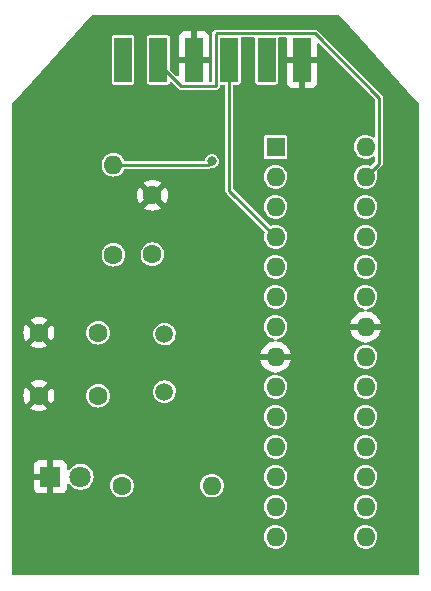
<source format=gbr>
%TF.GenerationSoftware,KiCad,Pcbnew,(6.0.7-1)-1*%
%TF.CreationDate,2022-08-05T12:37:51-05:00*%
%TF.ProjectId,Adafruit NeoPixel 8 Stick,41646166-7275-4697-9420-4e656f506978,rev?*%
%TF.SameCoordinates,Original*%
%TF.FileFunction,Copper,L2,Bot*%
%TF.FilePolarity,Positive*%
%FSLAX46Y46*%
G04 Gerber Fmt 4.6, Leading zero omitted, Abs format (unit mm)*
G04 Created by KiCad (PCBNEW (6.0.7-1)-1) date 2022-08-05 12:37:51*
%MOMM*%
%LPD*%
G01*
G04 APERTURE LIST*
%TA.AperFunction,ComponentPad*%
%ADD10C,1.500000*%
%TD*%
%TA.AperFunction,ComponentPad*%
%ADD11C,1.600000*%
%TD*%
%TA.AperFunction,ComponentPad*%
%ADD12R,1.800000X1.800000*%
%TD*%
%TA.AperFunction,ComponentPad*%
%ADD13C,1.800000*%
%TD*%
%TA.AperFunction,ComponentPad*%
%ADD14R,1.600000X1.600000*%
%TD*%
%TA.AperFunction,ComponentPad*%
%ADD15O,1.600000X1.600000*%
%TD*%
%TA.AperFunction,SMDPad,CuDef*%
%ADD16R,1.500000X3.800000*%
%TD*%
%TA.AperFunction,ViaPad*%
%ADD17C,0.800000*%
%TD*%
%TA.AperFunction,Conductor*%
%ADD18C,0.250000*%
%TD*%
G04 APERTURE END LIST*
D10*
%TO.P,Y1,1,1*%
%TO.N,Net-(C2-Pad2)*%
X135382000Y-121830000D03*
%TO.P,Y1,2,2*%
%TO.N,Net-(C3-Pad2)*%
X135382000Y-116950000D03*
%TD*%
D11*
%TO.P,C2,1*%
%TO.N,GND*%
X124754000Y-122174000D03*
%TO.P,C2,2*%
%TO.N,Net-(C2-Pad2)*%
X129754000Y-122174000D03*
%TD*%
D12*
%TO.P,D1,1,K*%
%TO.N,GND*%
X125730000Y-129032000D03*
D13*
%TO.P,D1,2,A*%
%TO.N,Net-(D1-Pad2)*%
X128270000Y-129032000D03*
%TD*%
D14*
%TO.P,U1,1,~{RESET}/PC6*%
%TO.N,Net-(R1-Pad2)*%
X144790000Y-101102000D03*
D15*
%TO.P,U1,2,PD0*%
%TO.N,unconnected-(U1-Pad2)*%
X144790000Y-103642000D03*
%TO.P,U1,3,PD1*%
%TO.N,unconnected-(U1-Pad3)*%
X144790000Y-106182000D03*
%TO.P,U1,4,PD2*%
%TO.N,/LED DATA*%
X144790000Y-108722000D03*
%TO.P,U1,5,PD3*%
%TO.N,unconnected-(U1-Pad5)*%
X144790000Y-111262000D03*
%TO.P,U1,6,PD4*%
%TO.N,unconnected-(U1-Pad6)*%
X144790000Y-113802000D03*
%TO.P,U1,7,VCC*%
%TO.N,+5V*%
X144790000Y-116342000D03*
%TO.P,U1,8,GND*%
%TO.N,GND*%
X144790000Y-118882000D03*
%TO.P,U1,9,XTAL1/PB6*%
%TO.N,Net-(C3-Pad2)*%
X144790000Y-121422000D03*
%TO.P,U1,10,XTAL2/PB7*%
%TO.N,Net-(C2-Pad2)*%
X144790000Y-123962000D03*
%TO.P,U1,11,PD5*%
%TO.N,unconnected-(U1-Pad11)*%
X144790000Y-126502000D03*
%TO.P,U1,12,PD6*%
%TO.N,unconnected-(U1-Pad12)*%
X144790000Y-129042000D03*
%TO.P,U1,13,PD7*%
%TO.N,unconnected-(U1-Pad13)*%
X144790000Y-131582000D03*
%TO.P,U1,14,PB0*%
%TO.N,unconnected-(U1-Pad14)*%
X144790000Y-134122000D03*
%TO.P,U1,15,PB1*%
%TO.N,unconnected-(U1-Pad15)*%
X152410000Y-134122000D03*
%TO.P,U1,16,PB2*%
%TO.N,unconnected-(U1-Pad16)*%
X152410000Y-131582000D03*
%TO.P,U1,17,PB3*%
%TO.N,unconnected-(U1-Pad17)*%
X152410000Y-129042000D03*
%TO.P,U1,18,PB4*%
%TO.N,unconnected-(U1-Pad18)*%
X152410000Y-126502000D03*
%TO.P,U1,19,PB5*%
%TO.N,Net-(R2-Pad2)*%
X152410000Y-123962000D03*
%TO.P,U1,20,AVCC*%
%TO.N,unconnected-(U1-Pad20)*%
X152410000Y-121422000D03*
%TO.P,U1,21,AREF*%
%TO.N,unconnected-(U1-Pad21)*%
X152410000Y-118882000D03*
%TO.P,U1,22,GND*%
%TO.N,GND*%
X152410000Y-116342000D03*
%TO.P,U1,23,PC0*%
%TO.N,unconnected-(U1-Pad23)*%
X152410000Y-113802000D03*
%TO.P,U1,24,PC1*%
%TO.N,unconnected-(U1-Pad24)*%
X152410000Y-111262000D03*
%TO.P,U1,25,PC2*%
%TO.N,unconnected-(U1-Pad25)*%
X152410000Y-108722000D03*
%TO.P,U1,26,PC3*%
%TO.N,unconnected-(U1-Pad26)*%
X152410000Y-106182000D03*
%TO.P,U1,27,PC4*%
%TO.N,/SDA*%
X152410000Y-103642000D03*
%TO.P,U1,28,PC5*%
%TO.N,/SCL*%
X152410000Y-101102000D03*
%TD*%
D11*
%TO.P,C1,1*%
%TO.N,+5V*%
X134366000Y-110196000D03*
%TO.P,C1,2*%
%TO.N,GND*%
X134366000Y-105196000D03*
%TD*%
%TO.P,R2,1*%
%TO.N,Net-(D1-Pad2)*%
X131774000Y-129782000D03*
D15*
%TO.P,R2,2*%
%TO.N,Net-(R2-Pad2)*%
X139394000Y-129782000D03*
%TD*%
D11*
%TO.P,C3,1*%
%TO.N,GND*%
X124754000Y-116840000D03*
%TO.P,C3,2*%
%TO.N,Net-(C3-Pad2)*%
X129754000Y-116840000D03*
%TD*%
%TO.P,R1,1*%
%TO.N,+5V*%
X131064000Y-110236000D03*
D15*
%TO.P,R1,2*%
%TO.N,Net-(R1-Pad2)*%
X131064000Y-102616000D03*
%TD*%
D16*
%TO.P,CN2,1,1*%
%TO.N,GND*%
X147034000Y-93726000D03*
%TO.P,CN2,2,2*%
%TO.N,+5V*%
X144034000Y-93726000D03*
%TO.P,CN2,3,3*%
%TO.N,/LED DATA*%
X140874000Y-93726000D03*
%TO.P,CN2,4,4*%
%TO.N,GND*%
X137874000Y-93726000D03*
%TO.P,CN2,5,5*%
%TO.N,/SDA*%
X134874000Y-93726000D03*
%TO.P,CN2,6,6*%
%TO.N,/SCL*%
X131874000Y-93726000D03*
%TD*%
D17*
%TO.N,+5V*%
X144018000Y-93726000D03*
%TO.N,/SCL*%
X131826000Y-93726000D03*
%TO.N,Net-(R1-Pad2)*%
X139398600Y-102314600D03*
%TD*%
D18*
%TO.N,/LED DATA*%
X140874000Y-104806000D02*
X140874000Y-93726000D01*
X144790000Y-108722000D02*
X140874000Y-104806000D01*
%TO.N,/SDA*%
X153538200Y-96923800D02*
X153538200Y-102513800D01*
X148112200Y-91497800D02*
X153538200Y-96923800D01*
X139795800Y-91497800D02*
X148112200Y-91497800D01*
X139757800Y-95954200D02*
X139757800Y-91535800D01*
X153538200Y-102513800D02*
X152410000Y-103642000D01*
X139757800Y-91535800D02*
X139795800Y-91497800D01*
X136795800Y-95954200D02*
X139757800Y-95954200D01*
X134874000Y-94032400D02*
X136795800Y-95954200D01*
%TO.N,Net-(R1-Pad2)*%
X139097200Y-102616000D02*
X131064000Y-102616000D01*
X139398600Y-102314600D02*
X139097200Y-102616000D01*
%TD*%
%TA.AperFunction,Conductor*%
%TO.N,GND*%
G36*
X139739764Y-89941501D02*
G01*
X150132471Y-89941501D01*
X150200592Y-89961503D01*
X150226179Y-89983271D01*
X151949190Y-91900158D01*
X156634027Y-97112142D01*
X156914208Y-97423850D01*
X156944871Y-97487883D01*
X156946500Y-97508080D01*
X156946500Y-137262500D01*
X156926498Y-137330621D01*
X156872842Y-137377114D01*
X156820500Y-137388500D01*
X122579500Y-137388500D01*
X122511379Y-137368498D01*
X122464886Y-137314842D01*
X122453500Y-137262500D01*
X122453500Y-134107918D01*
X143781542Y-134107918D01*
X143798013Y-134304064D01*
X143799712Y-134309989D01*
X143811557Y-134351296D01*
X143852268Y-134493274D01*
X143855087Y-134498759D01*
X143939424Y-134662861D01*
X143939427Y-134662866D01*
X143942242Y-134668343D01*
X144064506Y-134822602D01*
X144214403Y-134950175D01*
X144386226Y-135046203D01*
X144392085Y-135048107D01*
X144392088Y-135048108D01*
X144452201Y-135067640D01*
X144573427Y-135107029D01*
X144579537Y-135107758D01*
X144579539Y-135107758D01*
X144646203Y-135115707D01*
X144768878Y-135130335D01*
X144775013Y-135129863D01*
X144775015Y-135129863D01*
X144958992Y-135115707D01*
X144958996Y-135115706D01*
X144965134Y-135115234D01*
X145154719Y-135062301D01*
X145330411Y-134973552D01*
X145360333Y-134950175D01*
X145480659Y-134856166D01*
X145480660Y-134856165D01*
X145485520Y-134852368D01*
X145614136Y-134703364D01*
X145617180Y-134698006D01*
X145708316Y-134537580D01*
X145708318Y-134537575D01*
X145711362Y-134532217D01*
X145773493Y-134345444D01*
X145779496Y-134297922D01*
X145797721Y-134153664D01*
X145797722Y-134153655D01*
X145798163Y-134150161D01*
X145798556Y-134122000D01*
X145797175Y-134107918D01*
X151401542Y-134107918D01*
X151418013Y-134304064D01*
X151419712Y-134309989D01*
X151431557Y-134351296D01*
X151472268Y-134493274D01*
X151475087Y-134498759D01*
X151559424Y-134662861D01*
X151559427Y-134662866D01*
X151562242Y-134668343D01*
X151684506Y-134822602D01*
X151834403Y-134950175D01*
X152006226Y-135046203D01*
X152012085Y-135048107D01*
X152012088Y-135048108D01*
X152072201Y-135067640D01*
X152193427Y-135107029D01*
X152199537Y-135107758D01*
X152199539Y-135107758D01*
X152266203Y-135115707D01*
X152388878Y-135130335D01*
X152395013Y-135129863D01*
X152395015Y-135129863D01*
X152578992Y-135115707D01*
X152578996Y-135115706D01*
X152585134Y-135115234D01*
X152774719Y-135062301D01*
X152950411Y-134973552D01*
X152980333Y-134950175D01*
X153100659Y-134856166D01*
X153100660Y-134856165D01*
X153105520Y-134852368D01*
X153234136Y-134703364D01*
X153237180Y-134698006D01*
X153328316Y-134537580D01*
X153328318Y-134537575D01*
X153331362Y-134532217D01*
X153393493Y-134345444D01*
X153399496Y-134297922D01*
X153417721Y-134153664D01*
X153417722Y-134153655D01*
X153418163Y-134150161D01*
X153418556Y-134122000D01*
X153399348Y-133926104D01*
X153397031Y-133918428D01*
X153344237Y-133743569D01*
X153342456Y-133737669D01*
X153250048Y-133563874D01*
X153180182Y-133478210D01*
X153129537Y-133416112D01*
X153129534Y-133416109D01*
X153125642Y-133411337D01*
X153120893Y-133407408D01*
X152978727Y-133289798D01*
X152978723Y-133289796D01*
X152973977Y-133285869D01*
X152800831Y-133192249D01*
X152706815Y-133163147D01*
X152618685Y-133135866D01*
X152618682Y-133135865D01*
X152612798Y-133134044D01*
X152606673Y-133133400D01*
X152606672Y-133133400D01*
X152423169Y-133114113D01*
X152423168Y-133114113D01*
X152417041Y-133113469D01*
X152344275Y-133120091D01*
X152227153Y-133130749D01*
X152227149Y-133130750D01*
X152221015Y-133131308D01*
X152032188Y-133186883D01*
X151857752Y-133278076D01*
X151704350Y-133401414D01*
X151577827Y-133552199D01*
X151483001Y-133724688D01*
X151423483Y-133912309D01*
X151401542Y-134107918D01*
X145797175Y-134107918D01*
X145779348Y-133926104D01*
X145777031Y-133918428D01*
X145724237Y-133743569D01*
X145722456Y-133737669D01*
X145630048Y-133563874D01*
X145560182Y-133478210D01*
X145509537Y-133416112D01*
X145509534Y-133416109D01*
X145505642Y-133411337D01*
X145500893Y-133407408D01*
X145358727Y-133289798D01*
X145358723Y-133289796D01*
X145353977Y-133285869D01*
X145180831Y-133192249D01*
X145086815Y-133163147D01*
X144998685Y-133135866D01*
X144998682Y-133135865D01*
X144992798Y-133134044D01*
X144986673Y-133133400D01*
X144986672Y-133133400D01*
X144803169Y-133114113D01*
X144803168Y-133114113D01*
X144797041Y-133113469D01*
X144724275Y-133120091D01*
X144607153Y-133130749D01*
X144607149Y-133130750D01*
X144601015Y-133131308D01*
X144412188Y-133186883D01*
X144237752Y-133278076D01*
X144084350Y-133401414D01*
X143957827Y-133552199D01*
X143863001Y-133724688D01*
X143803483Y-133912309D01*
X143781542Y-134107918D01*
X122453500Y-134107918D01*
X122453500Y-131567918D01*
X143781542Y-131567918D01*
X143798013Y-131764064D01*
X143799712Y-131769989D01*
X143811557Y-131811296D01*
X143852268Y-131953274D01*
X143855087Y-131958759D01*
X143939424Y-132122861D01*
X143939427Y-132122866D01*
X143942242Y-132128343D01*
X144064506Y-132282602D01*
X144214403Y-132410175D01*
X144386226Y-132506203D01*
X144392085Y-132508107D01*
X144392088Y-132508108D01*
X144452201Y-132527640D01*
X144573427Y-132567029D01*
X144579537Y-132567758D01*
X144579539Y-132567758D01*
X144646203Y-132575707D01*
X144768878Y-132590335D01*
X144775013Y-132589863D01*
X144775015Y-132589863D01*
X144958992Y-132575707D01*
X144958996Y-132575706D01*
X144965134Y-132575234D01*
X145154719Y-132522301D01*
X145330411Y-132433552D01*
X145360333Y-132410175D01*
X145480659Y-132316166D01*
X145480660Y-132316165D01*
X145485520Y-132312368D01*
X145614136Y-132163364D01*
X145617180Y-132158006D01*
X145708316Y-131997580D01*
X145708318Y-131997575D01*
X145711362Y-131992217D01*
X145773493Y-131805444D01*
X145779496Y-131757922D01*
X145797721Y-131613664D01*
X145797722Y-131613655D01*
X145798163Y-131610161D01*
X145798556Y-131582000D01*
X145797175Y-131567918D01*
X151401542Y-131567918D01*
X151418013Y-131764064D01*
X151419712Y-131769989D01*
X151431557Y-131811296D01*
X151472268Y-131953274D01*
X151475087Y-131958759D01*
X151559424Y-132122861D01*
X151559427Y-132122866D01*
X151562242Y-132128343D01*
X151684506Y-132282602D01*
X151834403Y-132410175D01*
X152006226Y-132506203D01*
X152012085Y-132508107D01*
X152012088Y-132508108D01*
X152072201Y-132527640D01*
X152193427Y-132567029D01*
X152199537Y-132567758D01*
X152199539Y-132567758D01*
X152266203Y-132575707D01*
X152388878Y-132590335D01*
X152395013Y-132589863D01*
X152395015Y-132589863D01*
X152578992Y-132575707D01*
X152578996Y-132575706D01*
X152585134Y-132575234D01*
X152774719Y-132522301D01*
X152950411Y-132433552D01*
X152980333Y-132410175D01*
X153100659Y-132316166D01*
X153100660Y-132316165D01*
X153105520Y-132312368D01*
X153234136Y-132163364D01*
X153237180Y-132158006D01*
X153328316Y-131997580D01*
X153328318Y-131997575D01*
X153331362Y-131992217D01*
X153393493Y-131805444D01*
X153399496Y-131757922D01*
X153417721Y-131613664D01*
X153417722Y-131613655D01*
X153418163Y-131610161D01*
X153418556Y-131582000D01*
X153399348Y-131386104D01*
X153397031Y-131378428D01*
X153344237Y-131203569D01*
X153342456Y-131197669D01*
X153250048Y-131023874D01*
X153180182Y-130938210D01*
X153129537Y-130876112D01*
X153129534Y-130876109D01*
X153125642Y-130871337D01*
X153120893Y-130867408D01*
X152978727Y-130749798D01*
X152978723Y-130749796D01*
X152973977Y-130745869D01*
X152800831Y-130652249D01*
X152664910Y-130610175D01*
X152618685Y-130595866D01*
X152618682Y-130595865D01*
X152612798Y-130594044D01*
X152606673Y-130593400D01*
X152606672Y-130593400D01*
X152423169Y-130574113D01*
X152423168Y-130574113D01*
X152417041Y-130573469D01*
X152344275Y-130580091D01*
X152227153Y-130590749D01*
X152227149Y-130590750D01*
X152221015Y-130591308D01*
X152032188Y-130646883D01*
X151857752Y-130738076D01*
X151704350Y-130861414D01*
X151577827Y-131012199D01*
X151483001Y-131184688D01*
X151423483Y-131372309D01*
X151401542Y-131567918D01*
X145797175Y-131567918D01*
X145779348Y-131386104D01*
X145777031Y-131378428D01*
X145724237Y-131203569D01*
X145722456Y-131197669D01*
X145630048Y-131023874D01*
X145560182Y-130938210D01*
X145509537Y-130876112D01*
X145509534Y-130876109D01*
X145505642Y-130871337D01*
X145500893Y-130867408D01*
X145358727Y-130749798D01*
X145358723Y-130749796D01*
X145353977Y-130745869D01*
X145180831Y-130652249D01*
X145044910Y-130610175D01*
X144998685Y-130595866D01*
X144998682Y-130595865D01*
X144992798Y-130594044D01*
X144986673Y-130593400D01*
X144986672Y-130593400D01*
X144803169Y-130574113D01*
X144803168Y-130574113D01*
X144797041Y-130573469D01*
X144724275Y-130580091D01*
X144607153Y-130590749D01*
X144607149Y-130590750D01*
X144601015Y-130591308D01*
X144412188Y-130646883D01*
X144237752Y-130738076D01*
X144084350Y-130861414D01*
X143957827Y-131012199D01*
X143863001Y-131184688D01*
X143803483Y-131372309D01*
X143781542Y-131567918D01*
X122453500Y-131567918D01*
X122453500Y-129976669D01*
X124322001Y-129976669D01*
X124322371Y-129983490D01*
X124327895Y-130034352D01*
X124331521Y-130049604D01*
X124376676Y-130170054D01*
X124385214Y-130185649D01*
X124461715Y-130287724D01*
X124474276Y-130300285D01*
X124576351Y-130376786D01*
X124591946Y-130385324D01*
X124712394Y-130430478D01*
X124727649Y-130434105D01*
X124778514Y-130439631D01*
X124785328Y-130440000D01*
X125457885Y-130440000D01*
X125473124Y-130435525D01*
X125474329Y-130434135D01*
X125476000Y-130426452D01*
X125476000Y-130421884D01*
X125984000Y-130421884D01*
X125988475Y-130437123D01*
X125989865Y-130438328D01*
X125997548Y-130439999D01*
X126674669Y-130439999D01*
X126681490Y-130439629D01*
X126732352Y-130434105D01*
X126747604Y-130430479D01*
X126868054Y-130385324D01*
X126883649Y-130376786D01*
X126985724Y-130300285D01*
X126998285Y-130287724D01*
X127074786Y-130185649D01*
X127083324Y-130170054D01*
X127128478Y-130049606D01*
X127132105Y-130034351D01*
X127137631Y-129983486D01*
X127138000Y-129976672D01*
X127138000Y-129739338D01*
X127158002Y-129671217D01*
X127211658Y-129624724D01*
X127281932Y-129614620D01*
X127346512Y-129644114D01*
X127366897Y-129666618D01*
X127423809Y-129747147D01*
X127423814Y-129747153D01*
X127427145Y-129751866D01*
X127431281Y-129755895D01*
X127548593Y-129870175D01*
X127572444Y-129893410D01*
X127577240Y-129896615D01*
X127577243Y-129896617D01*
X127697050Y-129976669D01*
X127741104Y-130006105D01*
X127746407Y-130008383D01*
X127746410Y-130008385D01*
X127842354Y-130049606D01*
X127927477Y-130086178D01*
X127999661Y-130102511D01*
X128119684Y-130129670D01*
X128119689Y-130129671D01*
X128125321Y-130130945D01*
X128131092Y-130131172D01*
X128131094Y-130131172D01*
X128191668Y-130133552D01*
X128328011Y-130138909D01*
X128446263Y-130121763D01*
X128523035Y-130110632D01*
X128523039Y-130110631D01*
X128528757Y-130109802D01*
X128534229Y-130107944D01*
X128534231Y-130107944D01*
X128715374Y-130046454D01*
X128715376Y-130046453D01*
X128720838Y-130044599D01*
X128860826Y-129966203D01*
X128892784Y-129948306D01*
X128892785Y-129948305D01*
X128897821Y-129945485D01*
X129053777Y-129815777D01*
X129093581Y-129767918D01*
X130765542Y-129767918D01*
X130766058Y-129774062D01*
X130773794Y-129866182D01*
X130782013Y-129964064D01*
X130783712Y-129969989D01*
X130832149Y-130138909D01*
X130836268Y-130153274D01*
X130839087Y-130158759D01*
X130923424Y-130322861D01*
X130923427Y-130322866D01*
X130926242Y-130328343D01*
X131048506Y-130482602D01*
X131053200Y-130486597D01*
X131178693Y-130593400D01*
X131198403Y-130610175D01*
X131203781Y-130613181D01*
X131203783Y-130613182D01*
X131269191Y-130649737D01*
X131370226Y-130706203D01*
X131376085Y-130708107D01*
X131376088Y-130708108D01*
X131436201Y-130727640D01*
X131557427Y-130767029D01*
X131563537Y-130767758D01*
X131563539Y-130767758D01*
X131630203Y-130775707D01*
X131752878Y-130790335D01*
X131759013Y-130789863D01*
X131759015Y-130789863D01*
X131942992Y-130775707D01*
X131942996Y-130775706D01*
X131949134Y-130775234D01*
X132138719Y-130722301D01*
X132314411Y-130633552D01*
X132344333Y-130610175D01*
X132464659Y-130516166D01*
X132464660Y-130516165D01*
X132469520Y-130512368D01*
X132598136Y-130363364D01*
X132601180Y-130358006D01*
X132692316Y-130197580D01*
X132692318Y-130197575D01*
X132695362Y-130192217D01*
X132757493Y-130005444D01*
X132771241Y-129896617D01*
X132781721Y-129813664D01*
X132781722Y-129813655D01*
X132782163Y-129810161D01*
X132782556Y-129782000D01*
X132781175Y-129767918D01*
X138385542Y-129767918D01*
X138386058Y-129774062D01*
X138393794Y-129866182D01*
X138402013Y-129964064D01*
X138403712Y-129969989D01*
X138452149Y-130138909D01*
X138456268Y-130153274D01*
X138459087Y-130158759D01*
X138543424Y-130322861D01*
X138543427Y-130322866D01*
X138546242Y-130328343D01*
X138668506Y-130482602D01*
X138673200Y-130486597D01*
X138798693Y-130593400D01*
X138818403Y-130610175D01*
X138823781Y-130613181D01*
X138823783Y-130613182D01*
X138889191Y-130649737D01*
X138990226Y-130706203D01*
X138996085Y-130708107D01*
X138996088Y-130708108D01*
X139056201Y-130727640D01*
X139177427Y-130767029D01*
X139183537Y-130767758D01*
X139183539Y-130767758D01*
X139250203Y-130775707D01*
X139372878Y-130790335D01*
X139379013Y-130789863D01*
X139379015Y-130789863D01*
X139562992Y-130775707D01*
X139562996Y-130775706D01*
X139569134Y-130775234D01*
X139758719Y-130722301D01*
X139934411Y-130633552D01*
X139964333Y-130610175D01*
X140084659Y-130516166D01*
X140084660Y-130516165D01*
X140089520Y-130512368D01*
X140218136Y-130363364D01*
X140221180Y-130358006D01*
X140312316Y-130197580D01*
X140312318Y-130197575D01*
X140315362Y-130192217D01*
X140377493Y-130005444D01*
X140391241Y-129896617D01*
X140401721Y-129813664D01*
X140401722Y-129813655D01*
X140402163Y-129810161D01*
X140402556Y-129782000D01*
X140383348Y-129586104D01*
X140381031Y-129578428D01*
X140328237Y-129403569D01*
X140326456Y-129397669D01*
X140234048Y-129223874D01*
X140127869Y-129093685D01*
X140113537Y-129076112D01*
X140113534Y-129076109D01*
X140109642Y-129071337D01*
X140103961Y-129066637D01*
X140057158Y-129027918D01*
X143781542Y-129027918D01*
X143782058Y-129034062D01*
X143797017Y-129212199D01*
X143798013Y-129224064D01*
X143799712Y-129229989D01*
X143849036Y-129402001D01*
X143852268Y-129413274D01*
X143855087Y-129418759D01*
X143939424Y-129582861D01*
X143939427Y-129582866D01*
X143942242Y-129588343D01*
X144064506Y-129742602D01*
X144069200Y-129746597D01*
X144114917Y-129785505D01*
X144214403Y-129870175D01*
X144219781Y-129873181D01*
X144219783Y-129873182D01*
X144326590Y-129932874D01*
X144386226Y-129966203D01*
X144392085Y-129968107D01*
X144392088Y-129968108D01*
X144452201Y-129987640D01*
X144573427Y-130027029D01*
X144579537Y-130027758D01*
X144579539Y-130027758D01*
X144646203Y-130035707D01*
X144768878Y-130050335D01*
X144775013Y-130049863D01*
X144775015Y-130049863D01*
X144958992Y-130035707D01*
X144958996Y-130035706D01*
X144965134Y-130035234D01*
X145154719Y-129982301D01*
X145330411Y-129893552D01*
X145360333Y-129870175D01*
X145480659Y-129776166D01*
X145480660Y-129776165D01*
X145485520Y-129772368D01*
X145614136Y-129623364D01*
X145617180Y-129618006D01*
X145708316Y-129457580D01*
X145708318Y-129457575D01*
X145711362Y-129452217D01*
X145773493Y-129265444D01*
X145781079Y-129205396D01*
X145797721Y-129073664D01*
X145797722Y-129073655D01*
X145798163Y-129070161D01*
X145798556Y-129042000D01*
X145797175Y-129027918D01*
X151401542Y-129027918D01*
X151402058Y-129034062D01*
X151417017Y-129212199D01*
X151418013Y-129224064D01*
X151419712Y-129229989D01*
X151469036Y-129402001D01*
X151472268Y-129413274D01*
X151475087Y-129418759D01*
X151559424Y-129582861D01*
X151559427Y-129582866D01*
X151562242Y-129588343D01*
X151684506Y-129742602D01*
X151689200Y-129746597D01*
X151734917Y-129785505D01*
X151834403Y-129870175D01*
X151839781Y-129873181D01*
X151839783Y-129873182D01*
X151946590Y-129932874D01*
X152006226Y-129966203D01*
X152012085Y-129968107D01*
X152012088Y-129968108D01*
X152072201Y-129987640D01*
X152193427Y-130027029D01*
X152199537Y-130027758D01*
X152199539Y-130027758D01*
X152266203Y-130035707D01*
X152388878Y-130050335D01*
X152395013Y-130049863D01*
X152395015Y-130049863D01*
X152578992Y-130035707D01*
X152578996Y-130035706D01*
X152585134Y-130035234D01*
X152774719Y-129982301D01*
X152950411Y-129893552D01*
X152980333Y-129870175D01*
X153100659Y-129776166D01*
X153100660Y-129776165D01*
X153105520Y-129772368D01*
X153234136Y-129623364D01*
X153237180Y-129618006D01*
X153328316Y-129457580D01*
X153328318Y-129457575D01*
X153331362Y-129452217D01*
X153393493Y-129265444D01*
X153401079Y-129205396D01*
X153417721Y-129073664D01*
X153417722Y-129073655D01*
X153418163Y-129070161D01*
X153418556Y-129042000D01*
X153399348Y-128846104D01*
X153397031Y-128838428D01*
X153344237Y-128663569D01*
X153342456Y-128657669D01*
X153250048Y-128483874D01*
X153137102Y-128345388D01*
X153129537Y-128336112D01*
X153129534Y-128336109D01*
X153125642Y-128331337D01*
X153120893Y-128327408D01*
X152978727Y-128209798D01*
X152978723Y-128209796D01*
X152973977Y-128205869D01*
X152800831Y-128112249D01*
X152698297Y-128080510D01*
X152618685Y-128055866D01*
X152618682Y-128055865D01*
X152612798Y-128054044D01*
X152606673Y-128053400D01*
X152606672Y-128053400D01*
X152423169Y-128034113D01*
X152423168Y-128034113D01*
X152417041Y-128033469D01*
X152344275Y-128040091D01*
X152227153Y-128050749D01*
X152227149Y-128050750D01*
X152221015Y-128051308D01*
X152032188Y-128106883D01*
X151857752Y-128198076D01*
X151704350Y-128321414D01*
X151577827Y-128472199D01*
X151483001Y-128644688D01*
X151423483Y-128832309D01*
X151401542Y-129027918D01*
X145797175Y-129027918D01*
X145779348Y-128846104D01*
X145777031Y-128838428D01*
X145724237Y-128663569D01*
X145722456Y-128657669D01*
X145630048Y-128483874D01*
X145517102Y-128345388D01*
X145509537Y-128336112D01*
X145509534Y-128336109D01*
X145505642Y-128331337D01*
X145500893Y-128327408D01*
X145358727Y-128209798D01*
X145358723Y-128209796D01*
X145353977Y-128205869D01*
X145180831Y-128112249D01*
X145078297Y-128080510D01*
X144998685Y-128055866D01*
X144998682Y-128055865D01*
X144992798Y-128054044D01*
X144986673Y-128053400D01*
X144986672Y-128053400D01*
X144803169Y-128034113D01*
X144803168Y-128034113D01*
X144797041Y-128033469D01*
X144724275Y-128040091D01*
X144607153Y-128050749D01*
X144607149Y-128050750D01*
X144601015Y-128051308D01*
X144412188Y-128106883D01*
X144237752Y-128198076D01*
X144084350Y-128321414D01*
X143957827Y-128472199D01*
X143863001Y-128644688D01*
X143803483Y-128832309D01*
X143781542Y-129027918D01*
X140057158Y-129027918D01*
X139962727Y-128949798D01*
X139962723Y-128949796D01*
X139957977Y-128945869D01*
X139784831Y-128852249D01*
X139690815Y-128823147D01*
X139602685Y-128795866D01*
X139602682Y-128795865D01*
X139596798Y-128794044D01*
X139590673Y-128793400D01*
X139590672Y-128793400D01*
X139407169Y-128774113D01*
X139407168Y-128774113D01*
X139401041Y-128773469D01*
X139351252Y-128778000D01*
X139211153Y-128790749D01*
X139211149Y-128790750D01*
X139205015Y-128791308D01*
X139016188Y-128846883D01*
X138841752Y-128938076D01*
X138688350Y-129061414D01*
X138561827Y-129212199D01*
X138467001Y-129384688D01*
X138407483Y-129572309D01*
X138385542Y-129767918D01*
X132781175Y-129767918D01*
X132763348Y-129586104D01*
X132761031Y-129578428D01*
X132708237Y-129403569D01*
X132706456Y-129397669D01*
X132614048Y-129223874D01*
X132507869Y-129093685D01*
X132493537Y-129076112D01*
X132493534Y-129076109D01*
X132489642Y-129071337D01*
X132483961Y-129066637D01*
X132342727Y-128949798D01*
X132342723Y-128949796D01*
X132337977Y-128945869D01*
X132164831Y-128852249D01*
X132070815Y-128823147D01*
X131982685Y-128795866D01*
X131982682Y-128795865D01*
X131976798Y-128794044D01*
X131970673Y-128793400D01*
X131970672Y-128793400D01*
X131787169Y-128774113D01*
X131787168Y-128774113D01*
X131781041Y-128773469D01*
X131731252Y-128778000D01*
X131591153Y-128790749D01*
X131591149Y-128790750D01*
X131585015Y-128791308D01*
X131396188Y-128846883D01*
X131221752Y-128938076D01*
X131068350Y-129061414D01*
X130941827Y-129212199D01*
X130847001Y-129384688D01*
X130787483Y-129572309D01*
X130765542Y-129767918D01*
X129093581Y-129767918D01*
X129183485Y-129659821D01*
X129282599Y-129482838D01*
X129292994Y-129452217D01*
X129345944Y-129296231D01*
X129345944Y-129296229D01*
X129347802Y-129290757D01*
X129351473Y-129265444D01*
X129376376Y-129093685D01*
X129376909Y-129090011D01*
X129378428Y-129032000D01*
X129359867Y-128830005D01*
X129349544Y-128793400D01*
X129340091Y-128759885D01*
X129304807Y-128634775D01*
X129215090Y-128452848D01*
X129116944Y-128321414D01*
X129097176Y-128294941D01*
X129097175Y-128294940D01*
X129093723Y-128290317D01*
X128944768Y-128152625D01*
X128773216Y-128044383D01*
X128767856Y-128042245D01*
X128767851Y-128042242D01*
X128590175Y-127971357D01*
X128584811Y-127969217D01*
X128579154Y-127968092D01*
X128579148Y-127968090D01*
X128391529Y-127930771D01*
X128391527Y-127930771D01*
X128385862Y-127929644D01*
X128380087Y-127929568D01*
X128380083Y-127929568D01*
X128278824Y-127928243D01*
X128183034Y-127926989D01*
X128177337Y-127927968D01*
X128177336Y-127927968D01*
X127988808Y-127960363D01*
X127988805Y-127960364D01*
X127983118Y-127961341D01*
X127792809Y-128031549D01*
X127708814Y-128081521D01*
X127623450Y-128132307D01*
X127623447Y-128132309D01*
X127618482Y-128135263D01*
X127614142Y-128139069D01*
X127614138Y-128139072D01*
X127470316Y-128265202D01*
X127465975Y-128269009D01*
X127462400Y-128273544D01*
X127462399Y-128273545D01*
X127362949Y-128399696D01*
X127305067Y-128440809D01*
X127234147Y-128444103D01*
X127172705Y-128408531D01*
X127140248Y-128345388D01*
X127137999Y-128321690D01*
X127137999Y-128087331D01*
X127137629Y-128080510D01*
X127132105Y-128029648D01*
X127128479Y-128014396D01*
X127083324Y-127893946D01*
X127074786Y-127878351D01*
X126998285Y-127776276D01*
X126985724Y-127763715D01*
X126883649Y-127687214D01*
X126868054Y-127678676D01*
X126747606Y-127633522D01*
X126732351Y-127629895D01*
X126681486Y-127624369D01*
X126674672Y-127624000D01*
X126002115Y-127624000D01*
X125986876Y-127628475D01*
X125985671Y-127629865D01*
X125984000Y-127637548D01*
X125984000Y-130421884D01*
X125476000Y-130421884D01*
X125476000Y-129304115D01*
X125471525Y-129288876D01*
X125470135Y-129287671D01*
X125462452Y-129286000D01*
X124340116Y-129286000D01*
X124324877Y-129290475D01*
X124323672Y-129291865D01*
X124322001Y-129299548D01*
X124322001Y-129976669D01*
X122453500Y-129976669D01*
X122453500Y-128759885D01*
X124322000Y-128759885D01*
X124326475Y-128775124D01*
X124327865Y-128776329D01*
X124335548Y-128778000D01*
X125457885Y-128778000D01*
X125473124Y-128773525D01*
X125474329Y-128772135D01*
X125476000Y-128764452D01*
X125476000Y-127642116D01*
X125471525Y-127626877D01*
X125470135Y-127625672D01*
X125462452Y-127624001D01*
X124785331Y-127624001D01*
X124778510Y-127624371D01*
X124727648Y-127629895D01*
X124712396Y-127633521D01*
X124591946Y-127678676D01*
X124576351Y-127687214D01*
X124474276Y-127763715D01*
X124461715Y-127776276D01*
X124385214Y-127878351D01*
X124376676Y-127893946D01*
X124331522Y-128014394D01*
X124327895Y-128029649D01*
X124322369Y-128080514D01*
X124322000Y-128087328D01*
X124322000Y-128759885D01*
X122453500Y-128759885D01*
X122453500Y-126487918D01*
X143781542Y-126487918D01*
X143798013Y-126684064D01*
X143799712Y-126689989D01*
X143811557Y-126731296D01*
X143852268Y-126873274D01*
X143855087Y-126878759D01*
X143939424Y-127042861D01*
X143939427Y-127042866D01*
X143942242Y-127048343D01*
X144064506Y-127202602D01*
X144214403Y-127330175D01*
X144386226Y-127426203D01*
X144392085Y-127428107D01*
X144392088Y-127428108D01*
X144452201Y-127447640D01*
X144573427Y-127487029D01*
X144579537Y-127487758D01*
X144579539Y-127487758D01*
X144646203Y-127495707D01*
X144768878Y-127510335D01*
X144775013Y-127509863D01*
X144775015Y-127509863D01*
X144958992Y-127495707D01*
X144958996Y-127495706D01*
X144965134Y-127495234D01*
X145154719Y-127442301D01*
X145330411Y-127353552D01*
X145360333Y-127330175D01*
X145480659Y-127236166D01*
X145480660Y-127236165D01*
X145485520Y-127232368D01*
X145614136Y-127083364D01*
X145617180Y-127078006D01*
X145708316Y-126917580D01*
X145708318Y-126917575D01*
X145711362Y-126912217D01*
X145773493Y-126725444D01*
X145779496Y-126677922D01*
X145797721Y-126533664D01*
X145797722Y-126533655D01*
X145798163Y-126530161D01*
X145798556Y-126502000D01*
X145797175Y-126487918D01*
X151401542Y-126487918D01*
X151418013Y-126684064D01*
X151419712Y-126689989D01*
X151431557Y-126731296D01*
X151472268Y-126873274D01*
X151475087Y-126878759D01*
X151559424Y-127042861D01*
X151559427Y-127042866D01*
X151562242Y-127048343D01*
X151684506Y-127202602D01*
X151834403Y-127330175D01*
X152006226Y-127426203D01*
X152012085Y-127428107D01*
X152012088Y-127428108D01*
X152072201Y-127447640D01*
X152193427Y-127487029D01*
X152199537Y-127487758D01*
X152199539Y-127487758D01*
X152266203Y-127495707D01*
X152388878Y-127510335D01*
X152395013Y-127509863D01*
X152395015Y-127509863D01*
X152578992Y-127495707D01*
X152578996Y-127495706D01*
X152585134Y-127495234D01*
X152774719Y-127442301D01*
X152950411Y-127353552D01*
X152980333Y-127330175D01*
X153100659Y-127236166D01*
X153100660Y-127236165D01*
X153105520Y-127232368D01*
X153234136Y-127083364D01*
X153237180Y-127078006D01*
X153328316Y-126917580D01*
X153328318Y-126917575D01*
X153331362Y-126912217D01*
X153393493Y-126725444D01*
X153399496Y-126677922D01*
X153417721Y-126533664D01*
X153417722Y-126533655D01*
X153418163Y-126530161D01*
X153418556Y-126502000D01*
X153399348Y-126306104D01*
X153397031Y-126298428D01*
X153344237Y-126123569D01*
X153342456Y-126117669D01*
X153250048Y-125943874D01*
X153180182Y-125858210D01*
X153129537Y-125796112D01*
X153129534Y-125796109D01*
X153125642Y-125791337D01*
X153120893Y-125787408D01*
X152978727Y-125669798D01*
X152978723Y-125669796D01*
X152973977Y-125665869D01*
X152800831Y-125572249D01*
X152706814Y-125543146D01*
X152618685Y-125515866D01*
X152618682Y-125515865D01*
X152612798Y-125514044D01*
X152606673Y-125513400D01*
X152606672Y-125513400D01*
X152423169Y-125494113D01*
X152423168Y-125494113D01*
X152417041Y-125493469D01*
X152344275Y-125500091D01*
X152227153Y-125510749D01*
X152227149Y-125510750D01*
X152221015Y-125511308D01*
X152032188Y-125566883D01*
X151857752Y-125658076D01*
X151704350Y-125781414D01*
X151577827Y-125932199D01*
X151483001Y-126104688D01*
X151423483Y-126292309D01*
X151401542Y-126487918D01*
X145797175Y-126487918D01*
X145779348Y-126306104D01*
X145777031Y-126298428D01*
X145724237Y-126123569D01*
X145722456Y-126117669D01*
X145630048Y-125943874D01*
X145560182Y-125858210D01*
X145509537Y-125796112D01*
X145509534Y-125796109D01*
X145505642Y-125791337D01*
X145500893Y-125787408D01*
X145358727Y-125669798D01*
X145358723Y-125669796D01*
X145353977Y-125665869D01*
X145180831Y-125572249D01*
X145086814Y-125543146D01*
X144998685Y-125515866D01*
X144998682Y-125515865D01*
X144992798Y-125514044D01*
X144986673Y-125513400D01*
X144986672Y-125513400D01*
X144803169Y-125494113D01*
X144803168Y-125494113D01*
X144797041Y-125493469D01*
X144724275Y-125500091D01*
X144607153Y-125510749D01*
X144607149Y-125510750D01*
X144601015Y-125511308D01*
X144412188Y-125566883D01*
X144237752Y-125658076D01*
X144084350Y-125781414D01*
X143957827Y-125932199D01*
X143863001Y-126104688D01*
X143803483Y-126292309D01*
X143781542Y-126487918D01*
X122453500Y-126487918D01*
X122453500Y-123947918D01*
X143781542Y-123947918D01*
X143798013Y-124144064D01*
X143799712Y-124149989D01*
X143811557Y-124191296D01*
X143852268Y-124333274D01*
X143855087Y-124338759D01*
X143939424Y-124502861D01*
X143939427Y-124502866D01*
X143942242Y-124508343D01*
X144064506Y-124662602D01*
X144214403Y-124790175D01*
X144386226Y-124886203D01*
X144392085Y-124888107D01*
X144392088Y-124888108D01*
X144452201Y-124907640D01*
X144573427Y-124947029D01*
X144579537Y-124947758D01*
X144579539Y-124947758D01*
X144646203Y-124955707D01*
X144768878Y-124970335D01*
X144775013Y-124969863D01*
X144775015Y-124969863D01*
X144958992Y-124955707D01*
X144958996Y-124955706D01*
X144965134Y-124955234D01*
X145154719Y-124902301D01*
X145330411Y-124813552D01*
X145360333Y-124790175D01*
X145480659Y-124696166D01*
X145480660Y-124696165D01*
X145485520Y-124692368D01*
X145614136Y-124543364D01*
X145617180Y-124538006D01*
X145708316Y-124377580D01*
X145708318Y-124377575D01*
X145711362Y-124372217D01*
X145773493Y-124185444D01*
X145779496Y-124137922D01*
X145797721Y-123993664D01*
X145797722Y-123993655D01*
X145798163Y-123990161D01*
X145798556Y-123962000D01*
X145797175Y-123947918D01*
X151401542Y-123947918D01*
X151418013Y-124144064D01*
X151419712Y-124149989D01*
X151431557Y-124191296D01*
X151472268Y-124333274D01*
X151475087Y-124338759D01*
X151559424Y-124502861D01*
X151559427Y-124502866D01*
X151562242Y-124508343D01*
X151684506Y-124662602D01*
X151834403Y-124790175D01*
X152006226Y-124886203D01*
X152012085Y-124888107D01*
X152012088Y-124888108D01*
X152072201Y-124907640D01*
X152193427Y-124947029D01*
X152199537Y-124947758D01*
X152199539Y-124947758D01*
X152266203Y-124955707D01*
X152388878Y-124970335D01*
X152395013Y-124969863D01*
X152395015Y-124969863D01*
X152578992Y-124955707D01*
X152578996Y-124955706D01*
X152585134Y-124955234D01*
X152774719Y-124902301D01*
X152950411Y-124813552D01*
X152980333Y-124790175D01*
X153100659Y-124696166D01*
X153100660Y-124696165D01*
X153105520Y-124692368D01*
X153234136Y-124543364D01*
X153237180Y-124538006D01*
X153328316Y-124377580D01*
X153328318Y-124377575D01*
X153331362Y-124372217D01*
X153393493Y-124185444D01*
X153399496Y-124137922D01*
X153417721Y-123993664D01*
X153417722Y-123993655D01*
X153418163Y-123990161D01*
X153418556Y-123962000D01*
X153399348Y-123766104D01*
X153397031Y-123758428D01*
X153344237Y-123583569D01*
X153342456Y-123577669D01*
X153250048Y-123403874D01*
X153171799Y-123307931D01*
X153129537Y-123256112D01*
X153129534Y-123256109D01*
X153125642Y-123251337D01*
X153120893Y-123247408D01*
X152978727Y-123129798D01*
X152978723Y-123129796D01*
X152973977Y-123125869D01*
X152800831Y-123032249D01*
X152690777Y-122998182D01*
X152618685Y-122975866D01*
X152618682Y-122975865D01*
X152612798Y-122974044D01*
X152606673Y-122973400D01*
X152606672Y-122973400D01*
X152423169Y-122954113D01*
X152423168Y-122954113D01*
X152417041Y-122953469D01*
X152344275Y-122960091D01*
X152227153Y-122970749D01*
X152227149Y-122970750D01*
X152221015Y-122971308D01*
X152032188Y-123026883D01*
X151857752Y-123118076D01*
X151704350Y-123241414D01*
X151577827Y-123392199D01*
X151483001Y-123564688D01*
X151423483Y-123752309D01*
X151401542Y-123947918D01*
X145797175Y-123947918D01*
X145779348Y-123766104D01*
X145777031Y-123758428D01*
X145724237Y-123583569D01*
X145722456Y-123577669D01*
X145630048Y-123403874D01*
X145551799Y-123307931D01*
X145509537Y-123256112D01*
X145509534Y-123256109D01*
X145505642Y-123251337D01*
X145500893Y-123247408D01*
X145358727Y-123129798D01*
X145358723Y-123129796D01*
X145353977Y-123125869D01*
X145180831Y-123032249D01*
X145070777Y-122998182D01*
X144998685Y-122975866D01*
X144998682Y-122975865D01*
X144992798Y-122974044D01*
X144986673Y-122973400D01*
X144986672Y-122973400D01*
X144803169Y-122954113D01*
X144803168Y-122954113D01*
X144797041Y-122953469D01*
X144724275Y-122960091D01*
X144607153Y-122970749D01*
X144607149Y-122970750D01*
X144601015Y-122971308D01*
X144412188Y-123026883D01*
X144237752Y-123118076D01*
X144084350Y-123241414D01*
X143957827Y-123392199D01*
X143863001Y-123564688D01*
X143803483Y-123752309D01*
X143781542Y-123947918D01*
X122453500Y-123947918D01*
X122453500Y-123260062D01*
X124032493Y-123260062D01*
X124041789Y-123272077D01*
X124092994Y-123307931D01*
X124102489Y-123313414D01*
X124299947Y-123405490D01*
X124310239Y-123409236D01*
X124520688Y-123465625D01*
X124531481Y-123467528D01*
X124748525Y-123486517D01*
X124759475Y-123486517D01*
X124976519Y-123467528D01*
X124987312Y-123465625D01*
X125197761Y-123409236D01*
X125208053Y-123405490D01*
X125405511Y-123313414D01*
X125415006Y-123307931D01*
X125467048Y-123271491D01*
X125475424Y-123261012D01*
X125468356Y-123247566D01*
X124766812Y-122546022D01*
X124752868Y-122538408D01*
X124751035Y-122538539D01*
X124744420Y-122542790D01*
X124038923Y-123248287D01*
X124032493Y-123260062D01*
X122453500Y-123260062D01*
X122453500Y-122179475D01*
X123441483Y-122179475D01*
X123460472Y-122396519D01*
X123462375Y-122407312D01*
X123518764Y-122617761D01*
X123522510Y-122628053D01*
X123614586Y-122825511D01*
X123620069Y-122835006D01*
X123656509Y-122887048D01*
X123666988Y-122895424D01*
X123680434Y-122888356D01*
X124381978Y-122186812D01*
X124388356Y-122175132D01*
X125118408Y-122175132D01*
X125118539Y-122176965D01*
X125122790Y-122183580D01*
X125828287Y-122889077D01*
X125840062Y-122895507D01*
X125852077Y-122886211D01*
X125887931Y-122835006D01*
X125893414Y-122825511D01*
X125985490Y-122628053D01*
X125989236Y-122617761D01*
X126045625Y-122407312D01*
X126047528Y-122396519D01*
X126066517Y-122179475D01*
X126066517Y-122168525D01*
X126065764Y-122159918D01*
X128745542Y-122159918D01*
X128747019Y-122177505D01*
X128760971Y-122343650D01*
X128762013Y-122356064D01*
X128763712Y-122361989D01*
X128814337Y-122538539D01*
X128816268Y-122545274D01*
X128819087Y-122550759D01*
X128903424Y-122714861D01*
X128903427Y-122714866D01*
X128906242Y-122720343D01*
X129028506Y-122874602D01*
X129033200Y-122878597D01*
X129144593Y-122973400D01*
X129178403Y-123002175D01*
X129183781Y-123005181D01*
X129183783Y-123005182D01*
X129228954Y-123030427D01*
X129350226Y-123098203D01*
X129356085Y-123100107D01*
X129356088Y-123100108D01*
X129411388Y-123118076D01*
X129537427Y-123159029D01*
X129543537Y-123159758D01*
X129543539Y-123159758D01*
X129610203Y-123167707D01*
X129732878Y-123182335D01*
X129739013Y-123181863D01*
X129739015Y-123181863D01*
X129922992Y-123167707D01*
X129922996Y-123167706D01*
X129929134Y-123167234D01*
X130118719Y-123114301D01*
X130294411Y-123025552D01*
X130324333Y-123002175D01*
X130444659Y-122908166D01*
X130444660Y-122908165D01*
X130449520Y-122904368D01*
X130578136Y-122755364D01*
X130581180Y-122750006D01*
X130672316Y-122589580D01*
X130672318Y-122589575D01*
X130675362Y-122584217D01*
X130737493Y-122397444D01*
X130744346Y-122343195D01*
X130761721Y-122205664D01*
X130761722Y-122205655D01*
X130762163Y-122202161D01*
X130762556Y-122174000D01*
X130743348Y-121978104D01*
X130741031Y-121970428D01*
X130699302Y-121832217D01*
X130694593Y-121816620D01*
X134423778Y-121816620D01*
X134424294Y-121822763D01*
X134435688Y-121958440D01*
X134439429Y-122002994D01*
X134441128Y-122008919D01*
X134488464Y-122174000D01*
X134490981Y-122182779D01*
X134493797Y-122188258D01*
X134539060Y-122276330D01*
X134576472Y-122349127D01*
X134692646Y-122495702D01*
X134697339Y-122499696D01*
X134697340Y-122499697D01*
X134802953Y-122589580D01*
X134835077Y-122616920D01*
X134840455Y-122619926D01*
X134840457Y-122619927D01*
X134916708Y-122662542D01*
X134998340Y-122708164D01*
X135176216Y-122765960D01*
X135361931Y-122788105D01*
X135368066Y-122787633D01*
X135368068Y-122787633D01*
X135542268Y-122774229D01*
X135542272Y-122774228D01*
X135548410Y-122773756D01*
X135728550Y-122723460D01*
X135895491Y-122639132D01*
X135920073Y-122619927D01*
X136038012Y-122527783D01*
X136038013Y-122527782D01*
X136042873Y-122523985D01*
X136152898Y-122396519D01*
X136161058Y-122387066D01*
X136161059Y-122387065D01*
X136165082Y-122382404D01*
X136257464Y-122219782D01*
X136316500Y-122042313D01*
X136339941Y-121856758D01*
X136340315Y-121830000D01*
X136322064Y-121643862D01*
X136268006Y-121464815D01*
X136180201Y-121299677D01*
X136133509Y-121242427D01*
X136065887Y-121159513D01*
X136065884Y-121159510D01*
X136061992Y-121154738D01*
X136056300Y-121150029D01*
X135922633Y-121039450D01*
X135922630Y-121039448D01*
X135917883Y-121035521D01*
X135753362Y-120946565D01*
X135574696Y-120891258D01*
X135568575Y-120890615D01*
X135568572Y-120890614D01*
X135394818Y-120872352D01*
X135394817Y-120872352D01*
X135388690Y-120871708D01*
X135292390Y-120880472D01*
X135208571Y-120888100D01*
X135208570Y-120888100D01*
X135202430Y-120888659D01*
X135196516Y-120890400D01*
X135196514Y-120890400D01*
X135193599Y-120891258D01*
X135023009Y-120941466D01*
X134857262Y-121028116D01*
X134711502Y-121145310D01*
X134591281Y-121288584D01*
X134501179Y-121452480D01*
X134499318Y-121458347D01*
X134499317Y-121458349D01*
X134472903Y-121541617D01*
X134444626Y-121630755D01*
X134423778Y-121816620D01*
X130694593Y-121816620D01*
X130686456Y-121789669D01*
X130594048Y-121615874D01*
X130510141Y-121512994D01*
X130473537Y-121468112D01*
X130473534Y-121468109D01*
X130469642Y-121463337D01*
X130464854Y-121459376D01*
X130322727Y-121341798D01*
X130322723Y-121341796D01*
X130317977Y-121337869D01*
X130144831Y-121244249D01*
X130022688Y-121206440D01*
X129962685Y-121187866D01*
X129962682Y-121187865D01*
X129956798Y-121186044D01*
X129950673Y-121185400D01*
X129950672Y-121185400D01*
X129767169Y-121166113D01*
X129767168Y-121166113D01*
X129761041Y-121165469D01*
X129688275Y-121172091D01*
X129571153Y-121182749D01*
X129571149Y-121182750D01*
X129565015Y-121183308D01*
X129376188Y-121238883D01*
X129201752Y-121330076D01*
X129048350Y-121453414D01*
X128921827Y-121604199D01*
X128827001Y-121776688D01*
X128825140Y-121782555D01*
X128825139Y-121782557D01*
X128802719Y-121853233D01*
X128767483Y-121964309D01*
X128745542Y-122159918D01*
X126065764Y-122159918D01*
X126047528Y-121951481D01*
X126045625Y-121940688D01*
X125989236Y-121730239D01*
X125985490Y-121719947D01*
X125893414Y-121522489D01*
X125887931Y-121512994D01*
X125851491Y-121460952D01*
X125841012Y-121452576D01*
X125827566Y-121459644D01*
X125126022Y-122161188D01*
X125118408Y-122175132D01*
X124388356Y-122175132D01*
X124389592Y-122172868D01*
X124389461Y-122171035D01*
X124385210Y-122164420D01*
X123679713Y-121458923D01*
X123667938Y-121452493D01*
X123655923Y-121461789D01*
X123620069Y-121512994D01*
X123614586Y-121522489D01*
X123522510Y-121719947D01*
X123518764Y-121730239D01*
X123462375Y-121940688D01*
X123460472Y-121951481D01*
X123441483Y-122168525D01*
X123441483Y-122179475D01*
X122453500Y-122179475D01*
X122453500Y-121086988D01*
X124032576Y-121086988D01*
X124039644Y-121100434D01*
X124741188Y-121801978D01*
X124755132Y-121809592D01*
X124756965Y-121809461D01*
X124763580Y-121805210D01*
X125469077Y-121099713D01*
X125475507Y-121087938D01*
X125466211Y-121075923D01*
X125415006Y-121040069D01*
X125405511Y-121034586D01*
X125208053Y-120942510D01*
X125197761Y-120938764D01*
X124987312Y-120882375D01*
X124976519Y-120880472D01*
X124759475Y-120861483D01*
X124748525Y-120861483D01*
X124531481Y-120880472D01*
X124520688Y-120882375D01*
X124310239Y-120938764D01*
X124299947Y-120942510D01*
X124102489Y-121034586D01*
X124092994Y-121040069D01*
X124040952Y-121076509D01*
X124032576Y-121086988D01*
X122453500Y-121086988D01*
X122453500Y-119148522D01*
X143507273Y-119148522D01*
X143554764Y-119325761D01*
X143558510Y-119336053D01*
X143650586Y-119533511D01*
X143656069Y-119543007D01*
X143781028Y-119721467D01*
X143788084Y-119729875D01*
X143942125Y-119883916D01*
X143950533Y-119890972D01*
X144128993Y-120015931D01*
X144138489Y-120021414D01*
X144335947Y-120113490D01*
X144346239Y-120117236D01*
X144556688Y-120173625D01*
X144567481Y-120175528D01*
X144611121Y-120179346D01*
X144677240Y-120205209D01*
X144718880Y-120262712D01*
X144722821Y-120333599D01*
X144687813Y-120395364D01*
X144624969Y-120428397D01*
X144611567Y-120430348D01*
X144601015Y-120431308D01*
X144412188Y-120486883D01*
X144237752Y-120578076D01*
X144084350Y-120701414D01*
X143957827Y-120852199D01*
X143863001Y-121024688D01*
X143861140Y-121030555D01*
X143861139Y-121030557D01*
X143833242Y-121118498D01*
X143803483Y-121212309D01*
X143781542Y-121407918D01*
X143782058Y-121414062D01*
X143790366Y-121512994D01*
X143798013Y-121604064D01*
X143799712Y-121609989D01*
X143849675Y-121784230D01*
X143852268Y-121793274D01*
X143855087Y-121798759D01*
X143939424Y-121962861D01*
X143939427Y-121962866D01*
X143942242Y-121968343D01*
X144064506Y-122122602D01*
X144069200Y-122126597D01*
X144178692Y-122219782D01*
X144214403Y-122250175D01*
X144386226Y-122346203D01*
X144392085Y-122348107D01*
X144392088Y-122348108D01*
X144452201Y-122367640D01*
X144573427Y-122407029D01*
X144579537Y-122407758D01*
X144579539Y-122407758D01*
X144646203Y-122415707D01*
X144768878Y-122430335D01*
X144775013Y-122429863D01*
X144775015Y-122429863D01*
X144958992Y-122415707D01*
X144958996Y-122415706D01*
X144965134Y-122415234D01*
X145154719Y-122362301D01*
X145330411Y-122273552D01*
X145360333Y-122250175D01*
X145480659Y-122156166D01*
X145480660Y-122156165D01*
X145485520Y-122152368D01*
X145614136Y-122003364D01*
X145617180Y-121998006D01*
X145708316Y-121837580D01*
X145708318Y-121837575D01*
X145711362Y-121832217D01*
X145773493Y-121645444D01*
X145789026Y-121522489D01*
X145797721Y-121453664D01*
X145797722Y-121453655D01*
X145798163Y-121450161D01*
X145798556Y-121422000D01*
X145797175Y-121407918D01*
X151401542Y-121407918D01*
X151402058Y-121414062D01*
X151410366Y-121512994D01*
X151418013Y-121604064D01*
X151419712Y-121609989D01*
X151469675Y-121784230D01*
X151472268Y-121793274D01*
X151475087Y-121798759D01*
X151559424Y-121962861D01*
X151559427Y-121962866D01*
X151562242Y-121968343D01*
X151684506Y-122122602D01*
X151689200Y-122126597D01*
X151798692Y-122219782D01*
X151834403Y-122250175D01*
X152006226Y-122346203D01*
X152012085Y-122348107D01*
X152012088Y-122348108D01*
X152072201Y-122367640D01*
X152193427Y-122407029D01*
X152199537Y-122407758D01*
X152199539Y-122407758D01*
X152266203Y-122415707D01*
X152388878Y-122430335D01*
X152395013Y-122429863D01*
X152395015Y-122429863D01*
X152578992Y-122415707D01*
X152578996Y-122415706D01*
X152585134Y-122415234D01*
X152774719Y-122362301D01*
X152950411Y-122273552D01*
X152980333Y-122250175D01*
X153100659Y-122156166D01*
X153100660Y-122156165D01*
X153105520Y-122152368D01*
X153234136Y-122003364D01*
X153237180Y-121998006D01*
X153328316Y-121837580D01*
X153328318Y-121837575D01*
X153331362Y-121832217D01*
X153393493Y-121645444D01*
X153409026Y-121522489D01*
X153417721Y-121453664D01*
X153417722Y-121453655D01*
X153418163Y-121450161D01*
X153418556Y-121422000D01*
X153399348Y-121226104D01*
X153397031Y-121218428D01*
X153357346Y-121086988D01*
X153342456Y-121037669D01*
X153250048Y-120863874D01*
X153180182Y-120778210D01*
X153129537Y-120716112D01*
X153129534Y-120716109D01*
X153125642Y-120711337D01*
X153120893Y-120707408D01*
X152978727Y-120589798D01*
X152978723Y-120589796D01*
X152973977Y-120585869D01*
X152800831Y-120492249D01*
X152706814Y-120463146D01*
X152618685Y-120435866D01*
X152618682Y-120435865D01*
X152612798Y-120434044D01*
X152606673Y-120433400D01*
X152606672Y-120433400D01*
X152423169Y-120414113D01*
X152423168Y-120414113D01*
X152417041Y-120413469D01*
X152344275Y-120420091D01*
X152227153Y-120430749D01*
X152227149Y-120430750D01*
X152221015Y-120431308D01*
X152032188Y-120486883D01*
X151857752Y-120578076D01*
X151704350Y-120701414D01*
X151577827Y-120852199D01*
X151483001Y-121024688D01*
X151481140Y-121030555D01*
X151481139Y-121030557D01*
X151453242Y-121118498D01*
X151423483Y-121212309D01*
X151401542Y-121407918D01*
X145797175Y-121407918D01*
X145779348Y-121226104D01*
X145777031Y-121218428D01*
X145737346Y-121086988D01*
X145722456Y-121037669D01*
X145630048Y-120863874D01*
X145560182Y-120778210D01*
X145509537Y-120716112D01*
X145509534Y-120716109D01*
X145505642Y-120711337D01*
X145500893Y-120707408D01*
X145358727Y-120589798D01*
X145358723Y-120589796D01*
X145353977Y-120585869D01*
X145180831Y-120492249D01*
X145086814Y-120463146D01*
X144998685Y-120435866D01*
X144998682Y-120435865D01*
X144992798Y-120434044D01*
X144986673Y-120433400D01*
X144986672Y-120433400D01*
X144960860Y-120430687D01*
X144895204Y-120403673D01*
X144854575Y-120345451D01*
X144851872Y-120274506D01*
X144887955Y-120213362D01*
X144951366Y-120181432D01*
X144963051Y-120179856D01*
X145012520Y-120175528D01*
X145023312Y-120173625D01*
X145233761Y-120117236D01*
X145244053Y-120113490D01*
X145441511Y-120021414D01*
X145451007Y-120015931D01*
X145629467Y-119890972D01*
X145637875Y-119883916D01*
X145791916Y-119729875D01*
X145798972Y-119721467D01*
X145923931Y-119543007D01*
X145929414Y-119533511D01*
X146021490Y-119336053D01*
X146025236Y-119325761D01*
X146071394Y-119153497D01*
X146071058Y-119139401D01*
X146063116Y-119136000D01*
X143522033Y-119136000D01*
X143508502Y-119139973D01*
X143507273Y-119148522D01*
X122453500Y-119148522D01*
X122453500Y-118610503D01*
X143508606Y-118610503D01*
X143508942Y-118624599D01*
X143516884Y-118628000D01*
X146057967Y-118628000D01*
X146071498Y-118624027D01*
X146072727Y-118615478D01*
X146025236Y-118438239D01*
X146021490Y-118427947D01*
X145929414Y-118230489D01*
X145923931Y-118220993D01*
X145798972Y-118042533D01*
X145791916Y-118034125D01*
X145637875Y-117880084D01*
X145629467Y-117873028D01*
X145451007Y-117748069D01*
X145441511Y-117742586D01*
X145244053Y-117650510D01*
X145233761Y-117646764D01*
X145023312Y-117590375D01*
X145012519Y-117588472D01*
X144972057Y-117584932D01*
X144905938Y-117559069D01*
X144864298Y-117501566D01*
X144860357Y-117430679D01*
X144895365Y-117368914D01*
X144960656Y-117335579D01*
X144965134Y-117335234D01*
X144971062Y-117333579D01*
X144971067Y-117333578D01*
X145102592Y-117296855D01*
X145154719Y-117282301D01*
X145330411Y-117193552D01*
X145360333Y-117170175D01*
X145480659Y-117076166D01*
X145480660Y-117076165D01*
X145485520Y-117072368D01*
X145614136Y-116923364D01*
X145617180Y-116918006D01*
X145708316Y-116757580D01*
X145708318Y-116757575D01*
X145711362Y-116752217D01*
X145759163Y-116608522D01*
X151127273Y-116608522D01*
X151174764Y-116785761D01*
X151178510Y-116796053D01*
X151270586Y-116993511D01*
X151276069Y-117003007D01*
X151401028Y-117181467D01*
X151408084Y-117189875D01*
X151562125Y-117343916D01*
X151570533Y-117350972D01*
X151748993Y-117475931D01*
X151758489Y-117481414D01*
X151955947Y-117573490D01*
X151966239Y-117577236D01*
X152176688Y-117633625D01*
X152187481Y-117635528D01*
X152231121Y-117639346D01*
X152297240Y-117665209D01*
X152338880Y-117722712D01*
X152342821Y-117793599D01*
X152307813Y-117855364D01*
X152244969Y-117888397D01*
X152231567Y-117890348D01*
X152221015Y-117891308D01*
X152032188Y-117946883D01*
X151857752Y-118038076D01*
X151852952Y-118041936D01*
X151852951Y-118041936D01*
X151851705Y-118042938D01*
X151704350Y-118161414D01*
X151577827Y-118312199D01*
X151483001Y-118484688D01*
X151423483Y-118672309D01*
X151401542Y-118867918D01*
X151418013Y-119064064D01*
X151419712Y-119069989D01*
X151439780Y-119139973D01*
X151472268Y-119253274D01*
X151475087Y-119258759D01*
X151559424Y-119422861D01*
X151559427Y-119422866D01*
X151562242Y-119428343D01*
X151684506Y-119582602D01*
X151834403Y-119710175D01*
X151839781Y-119713181D01*
X151839783Y-119713182D01*
X151869439Y-119729756D01*
X152006226Y-119806203D01*
X152012085Y-119808107D01*
X152012088Y-119808108D01*
X152072201Y-119827640D01*
X152193427Y-119867029D01*
X152199537Y-119867758D01*
X152199539Y-119867758D01*
X152266203Y-119875707D01*
X152388878Y-119890335D01*
X152395013Y-119889863D01*
X152395015Y-119889863D01*
X152578992Y-119875707D01*
X152578996Y-119875706D01*
X152585134Y-119875234D01*
X152774719Y-119822301D01*
X152950411Y-119733552D01*
X152980333Y-119710175D01*
X153100659Y-119616166D01*
X153100660Y-119616165D01*
X153105520Y-119612368D01*
X153234136Y-119463364D01*
X153237180Y-119458006D01*
X153328316Y-119297580D01*
X153328318Y-119297575D01*
X153331362Y-119292217D01*
X153393493Y-119105444D01*
X153399496Y-119057922D01*
X153417721Y-118913664D01*
X153417722Y-118913655D01*
X153418163Y-118910161D01*
X153418556Y-118882000D01*
X153399348Y-118686104D01*
X153397031Y-118678428D01*
X153344237Y-118503569D01*
X153342456Y-118497669D01*
X153250048Y-118323874D01*
X153173885Y-118230489D01*
X153129537Y-118176112D01*
X153129534Y-118176109D01*
X153125642Y-118171337D01*
X153120893Y-118167408D01*
X152978727Y-118049798D01*
X152978723Y-118049796D01*
X152973977Y-118045869D01*
X152800831Y-117952249D01*
X152678194Y-117914287D01*
X152618685Y-117895866D01*
X152618682Y-117895865D01*
X152612798Y-117894044D01*
X152606673Y-117893400D01*
X152606672Y-117893400D01*
X152580860Y-117890687D01*
X152515204Y-117863673D01*
X152474575Y-117805451D01*
X152471872Y-117734506D01*
X152507955Y-117673362D01*
X152571366Y-117641432D01*
X152583051Y-117639856D01*
X152632520Y-117635528D01*
X152643312Y-117633625D01*
X152853761Y-117577236D01*
X152864053Y-117573490D01*
X153061511Y-117481414D01*
X153071007Y-117475931D01*
X153249467Y-117350972D01*
X153257875Y-117343916D01*
X153411916Y-117189875D01*
X153418972Y-117181467D01*
X153543931Y-117003007D01*
X153549414Y-116993511D01*
X153641490Y-116796053D01*
X153645236Y-116785761D01*
X153691394Y-116613497D01*
X153691058Y-116599401D01*
X153683116Y-116596000D01*
X151142033Y-116596000D01*
X151128502Y-116599973D01*
X151127273Y-116608522D01*
X145759163Y-116608522D01*
X145773493Y-116565444D01*
X145785806Y-116467978D01*
X145797721Y-116373664D01*
X145797722Y-116373655D01*
X145798163Y-116370161D01*
X145798556Y-116342000D01*
X145779348Y-116146104D01*
X145777031Y-116138428D01*
X145756523Y-116070503D01*
X151128606Y-116070503D01*
X151128942Y-116084599D01*
X151136884Y-116088000D01*
X153677967Y-116088000D01*
X153691498Y-116084027D01*
X153692727Y-116075478D01*
X153645236Y-115898239D01*
X153641490Y-115887947D01*
X153549414Y-115690489D01*
X153543931Y-115680993D01*
X153418972Y-115502533D01*
X153411916Y-115494125D01*
X153257875Y-115340084D01*
X153249467Y-115333028D01*
X153071007Y-115208069D01*
X153061511Y-115202586D01*
X152864053Y-115110510D01*
X152853761Y-115106764D01*
X152643312Y-115050375D01*
X152632519Y-115048472D01*
X152592057Y-115044932D01*
X152525938Y-115019069D01*
X152484298Y-114961566D01*
X152480357Y-114890679D01*
X152515365Y-114828914D01*
X152580656Y-114795579D01*
X152585134Y-114795234D01*
X152591062Y-114793579D01*
X152591067Y-114793578D01*
X152696338Y-114764185D01*
X152774719Y-114742301D01*
X152950411Y-114653552D01*
X152980333Y-114630175D01*
X153100659Y-114536166D01*
X153100660Y-114536165D01*
X153105520Y-114532368D01*
X153234136Y-114383364D01*
X153237180Y-114378006D01*
X153328316Y-114217580D01*
X153328318Y-114217575D01*
X153331362Y-114212217D01*
X153393493Y-114025444D01*
X153399496Y-113977922D01*
X153417721Y-113833664D01*
X153417722Y-113833655D01*
X153418163Y-113830161D01*
X153418556Y-113802000D01*
X153399348Y-113606104D01*
X153397031Y-113598428D01*
X153344237Y-113423569D01*
X153342456Y-113417669D01*
X153250048Y-113243874D01*
X153180182Y-113158210D01*
X153129537Y-113096112D01*
X153129534Y-113096109D01*
X153125642Y-113091337D01*
X153120893Y-113087408D01*
X152978727Y-112969798D01*
X152978723Y-112969796D01*
X152973977Y-112965869D01*
X152800831Y-112872249D01*
X152706814Y-112843146D01*
X152618685Y-112815866D01*
X152618682Y-112815865D01*
X152612798Y-112814044D01*
X152606673Y-112813400D01*
X152606672Y-112813400D01*
X152423169Y-112794113D01*
X152423168Y-112794113D01*
X152417041Y-112793469D01*
X152344275Y-112800091D01*
X152227153Y-112810749D01*
X152227149Y-112810750D01*
X152221015Y-112811308D01*
X152032188Y-112866883D01*
X151857752Y-112958076D01*
X151704350Y-113081414D01*
X151577827Y-113232199D01*
X151483001Y-113404688D01*
X151423483Y-113592309D01*
X151401542Y-113787918D01*
X151418013Y-113984064D01*
X151419712Y-113989989D01*
X151431557Y-114031296D01*
X151472268Y-114173274D01*
X151475087Y-114178759D01*
X151559424Y-114342861D01*
X151559427Y-114342866D01*
X151562242Y-114348343D01*
X151684506Y-114502602D01*
X151834403Y-114630175D01*
X152006226Y-114726203D01*
X152012085Y-114728107D01*
X152012088Y-114728108D01*
X152072201Y-114747640D01*
X152193427Y-114787029D01*
X152199535Y-114787757D01*
X152199538Y-114787758D01*
X152244857Y-114793162D01*
X152310130Y-114821090D01*
X152349942Y-114879874D01*
X152351654Y-114950850D01*
X152314721Y-115011484D01*
X152250870Y-115042525D01*
X152240917Y-115043797D01*
X152187481Y-115048472D01*
X152176688Y-115050375D01*
X151966239Y-115106764D01*
X151955947Y-115110510D01*
X151758489Y-115202586D01*
X151748993Y-115208069D01*
X151570533Y-115333028D01*
X151562125Y-115340084D01*
X151408084Y-115494125D01*
X151401028Y-115502533D01*
X151276069Y-115680993D01*
X151270586Y-115690489D01*
X151178510Y-115887947D01*
X151174764Y-115898239D01*
X151128606Y-116070503D01*
X145756523Y-116070503D01*
X145739185Y-116013079D01*
X145722456Y-115957669D01*
X145630048Y-115783874D01*
X145553885Y-115690489D01*
X145509537Y-115636112D01*
X145509534Y-115636109D01*
X145505642Y-115631337D01*
X145500893Y-115627408D01*
X145358727Y-115509798D01*
X145358723Y-115509796D01*
X145353977Y-115505869D01*
X145180831Y-115412249D01*
X145086815Y-115383147D01*
X144998685Y-115355866D01*
X144998682Y-115355865D01*
X144992798Y-115354044D01*
X144986673Y-115353400D01*
X144986672Y-115353400D01*
X144803169Y-115334113D01*
X144803168Y-115334113D01*
X144797041Y-115333469D01*
X144724351Y-115340084D01*
X144607153Y-115350749D01*
X144607149Y-115350750D01*
X144601015Y-115351308D01*
X144412188Y-115406883D01*
X144237752Y-115498076D01*
X144232952Y-115501936D01*
X144232951Y-115501936D01*
X144231705Y-115502938D01*
X144084350Y-115621414D01*
X143957827Y-115772199D01*
X143863001Y-115944688D01*
X143861140Y-115950555D01*
X143861139Y-115950557D01*
X143842088Y-116010614D01*
X143803483Y-116132309D01*
X143781542Y-116327918D01*
X143782058Y-116334062D01*
X143793943Y-116475592D01*
X143798013Y-116524064D01*
X143799712Y-116529989D01*
X143834193Y-116650238D01*
X143852268Y-116713274D01*
X143855087Y-116718759D01*
X143939424Y-116882861D01*
X143939427Y-116882866D01*
X143942242Y-116888343D01*
X144064506Y-117042602D01*
X144069200Y-117046597D01*
X144165928Y-117128919D01*
X144214403Y-117170175D01*
X144219781Y-117173181D01*
X144219783Y-117173182D01*
X144277336Y-117205347D01*
X144386226Y-117266203D01*
X144392085Y-117268107D01*
X144392088Y-117268108D01*
X144452201Y-117287640D01*
X144573427Y-117327029D01*
X144579535Y-117327757D01*
X144579538Y-117327758D01*
X144624857Y-117333162D01*
X144690130Y-117361090D01*
X144729942Y-117419874D01*
X144731654Y-117490850D01*
X144694721Y-117551484D01*
X144630870Y-117582525D01*
X144620917Y-117583797D01*
X144567481Y-117588472D01*
X144556688Y-117590375D01*
X144346239Y-117646764D01*
X144335947Y-117650510D01*
X144138489Y-117742586D01*
X144128993Y-117748069D01*
X143950533Y-117873028D01*
X143942125Y-117880084D01*
X143788084Y-118034125D01*
X143781028Y-118042533D01*
X143656069Y-118220993D01*
X143650586Y-118230489D01*
X143558510Y-118427947D01*
X143554764Y-118438239D01*
X143508606Y-118610503D01*
X122453500Y-118610503D01*
X122453500Y-117926062D01*
X124032493Y-117926062D01*
X124041789Y-117938077D01*
X124092994Y-117973931D01*
X124102489Y-117979414D01*
X124299947Y-118071490D01*
X124310239Y-118075236D01*
X124520688Y-118131625D01*
X124531481Y-118133528D01*
X124748525Y-118152517D01*
X124759475Y-118152517D01*
X124976519Y-118133528D01*
X124987312Y-118131625D01*
X125197761Y-118075236D01*
X125208053Y-118071490D01*
X125405511Y-117979414D01*
X125415006Y-117973931D01*
X125467048Y-117937491D01*
X125475424Y-117927012D01*
X125468356Y-117913566D01*
X124766812Y-117212022D01*
X124752868Y-117204408D01*
X124751035Y-117204539D01*
X124744420Y-117208790D01*
X124038923Y-117914287D01*
X124032493Y-117926062D01*
X122453500Y-117926062D01*
X122453500Y-116845475D01*
X123441483Y-116845475D01*
X123460472Y-117062519D01*
X123462375Y-117073312D01*
X123518764Y-117283761D01*
X123522510Y-117294053D01*
X123614586Y-117491511D01*
X123620069Y-117501006D01*
X123656509Y-117553048D01*
X123666988Y-117561424D01*
X123680434Y-117554356D01*
X124381978Y-116852812D01*
X124388356Y-116841132D01*
X125118408Y-116841132D01*
X125118539Y-116842965D01*
X125122790Y-116849580D01*
X125828287Y-117555077D01*
X125840062Y-117561507D01*
X125852077Y-117552211D01*
X125887931Y-117501006D01*
X125893414Y-117491511D01*
X125985490Y-117294053D01*
X125989236Y-117283761D01*
X126045625Y-117073312D01*
X126047528Y-117062519D01*
X126066517Y-116845475D01*
X126066517Y-116834525D01*
X126065764Y-116825918D01*
X128745542Y-116825918D01*
X128747019Y-116843505D01*
X128758209Y-116976758D01*
X128762013Y-117022064D01*
X128763712Y-117027989D01*
X128814337Y-117204539D01*
X128816268Y-117211274D01*
X128819087Y-117216759D01*
X128903424Y-117380861D01*
X128903427Y-117380866D01*
X128906242Y-117386343D01*
X129028506Y-117540602D01*
X129033200Y-117544597D01*
X129154443Y-117647783D01*
X129178403Y-117668175D01*
X129350226Y-117764203D01*
X129356085Y-117766107D01*
X129356088Y-117766108D01*
X129416201Y-117785640D01*
X129537427Y-117825029D01*
X129543537Y-117825758D01*
X129543539Y-117825758D01*
X129610203Y-117833707D01*
X129732878Y-117848335D01*
X129739013Y-117847863D01*
X129739015Y-117847863D01*
X129922992Y-117833707D01*
X129922996Y-117833706D01*
X129929134Y-117833234D01*
X130118719Y-117780301D01*
X130294411Y-117691552D01*
X130317694Y-117673362D01*
X130444659Y-117574166D01*
X130444660Y-117574165D01*
X130449520Y-117570368D01*
X130578136Y-117421364D01*
X130581180Y-117416006D01*
X130672316Y-117255580D01*
X130672318Y-117255575D01*
X130675362Y-117250217D01*
X130737493Y-117063444D01*
X130748889Y-116973233D01*
X130753515Y-116936620D01*
X134423778Y-116936620D01*
X134429353Y-117003007D01*
X134435497Y-117076166D01*
X134439429Y-117122994D01*
X134441128Y-117128919D01*
X134485528Y-117283761D01*
X134490981Y-117302779D01*
X134576472Y-117469127D01*
X134692646Y-117615702D01*
X134697339Y-117619696D01*
X134697340Y-117619697D01*
X134818383Y-117722712D01*
X134835077Y-117736920D01*
X134840455Y-117739926D01*
X134840457Y-117739927D01*
X134887303Y-117766108D01*
X134998340Y-117828164D01*
X135176216Y-117885960D01*
X135361931Y-117908105D01*
X135368066Y-117907633D01*
X135368068Y-117907633D01*
X135542268Y-117894229D01*
X135542272Y-117894228D01*
X135548410Y-117893756D01*
X135728550Y-117843460D01*
X135895491Y-117759132D01*
X135920073Y-117739927D01*
X136038012Y-117647783D01*
X136038013Y-117647782D01*
X136042873Y-117643985D01*
X136165082Y-117502404D01*
X136257464Y-117339782D01*
X136316500Y-117162313D01*
X136339941Y-116976758D01*
X136340315Y-116950000D01*
X136322064Y-116763862D01*
X136268006Y-116584815D01*
X136180201Y-116419677D01*
X136167306Y-116403866D01*
X136065887Y-116279513D01*
X136065884Y-116279510D01*
X136061992Y-116274738D01*
X136057243Y-116270809D01*
X135922633Y-116159450D01*
X135922630Y-116159448D01*
X135917883Y-116155521D01*
X135753362Y-116066565D01*
X135574696Y-116011258D01*
X135568575Y-116010615D01*
X135568572Y-116010614D01*
X135394818Y-115992352D01*
X135394817Y-115992352D01*
X135388690Y-115991708D01*
X135272320Y-116002298D01*
X135208571Y-116008100D01*
X135208570Y-116008100D01*
X135202430Y-116008659D01*
X135196516Y-116010400D01*
X135196514Y-116010400D01*
X135193599Y-116011258D01*
X135023009Y-116061466D01*
X134857262Y-116148116D01*
X134711502Y-116265310D01*
X134591281Y-116408584D01*
X134501179Y-116572480D01*
X134499318Y-116578347D01*
X134499317Y-116578349D01*
X134488167Y-116613497D01*
X134444626Y-116750755D01*
X134423778Y-116936620D01*
X130753515Y-116936620D01*
X130761721Y-116871664D01*
X130761722Y-116871655D01*
X130762163Y-116868161D01*
X130762556Y-116840000D01*
X130743348Y-116644104D01*
X130741031Y-116636428D01*
X130717751Y-116559324D01*
X130686456Y-116455669D01*
X130594048Y-116281874D01*
X130494202Y-116159450D01*
X130473537Y-116134112D01*
X130473534Y-116134109D01*
X130469642Y-116129337D01*
X130464893Y-116125408D01*
X130322727Y-116007798D01*
X130322723Y-116007796D01*
X130317977Y-116003869D01*
X130144831Y-115910249D01*
X130050815Y-115881147D01*
X129962685Y-115853866D01*
X129962682Y-115853865D01*
X129956798Y-115852044D01*
X129950673Y-115851400D01*
X129950672Y-115851400D01*
X129767169Y-115832113D01*
X129767168Y-115832113D01*
X129761041Y-115831469D01*
X129688275Y-115838091D01*
X129571153Y-115848749D01*
X129571149Y-115848750D01*
X129565015Y-115849308D01*
X129376188Y-115904883D01*
X129201752Y-115996076D01*
X129048350Y-116119414D01*
X128921827Y-116270199D01*
X128827001Y-116442688D01*
X128825140Y-116448555D01*
X128825139Y-116448557D01*
X128799307Y-116529989D01*
X128767483Y-116630309D01*
X128745542Y-116825918D01*
X126065764Y-116825918D01*
X126047528Y-116617481D01*
X126045625Y-116606688D01*
X125989236Y-116396239D01*
X125985490Y-116385947D01*
X125893414Y-116188489D01*
X125887931Y-116178994D01*
X125851491Y-116126952D01*
X125841012Y-116118576D01*
X125827566Y-116125644D01*
X125126022Y-116827188D01*
X125118408Y-116841132D01*
X124388356Y-116841132D01*
X124389592Y-116838868D01*
X124389461Y-116837035D01*
X124385210Y-116830420D01*
X123679713Y-116124923D01*
X123667938Y-116118493D01*
X123655923Y-116127789D01*
X123620069Y-116178994D01*
X123614586Y-116188489D01*
X123522510Y-116385947D01*
X123518764Y-116396239D01*
X123462375Y-116606688D01*
X123460472Y-116617481D01*
X123441483Y-116834525D01*
X123441483Y-116845475D01*
X122453500Y-116845475D01*
X122453500Y-115752988D01*
X124032576Y-115752988D01*
X124039644Y-115766434D01*
X124741188Y-116467978D01*
X124755132Y-116475592D01*
X124756965Y-116475461D01*
X124763580Y-116471210D01*
X125469077Y-115765713D01*
X125475507Y-115753938D01*
X125466211Y-115741923D01*
X125415006Y-115706069D01*
X125405511Y-115700586D01*
X125208053Y-115608510D01*
X125197761Y-115604764D01*
X124987312Y-115548375D01*
X124976519Y-115546472D01*
X124759475Y-115527483D01*
X124748525Y-115527483D01*
X124531481Y-115546472D01*
X124520688Y-115548375D01*
X124310239Y-115604764D01*
X124299947Y-115608510D01*
X124102489Y-115700586D01*
X124092994Y-115706069D01*
X124040952Y-115742509D01*
X124032576Y-115752988D01*
X122453500Y-115752988D01*
X122453500Y-113787918D01*
X143781542Y-113787918D01*
X143798013Y-113984064D01*
X143799712Y-113989989D01*
X143811557Y-114031296D01*
X143852268Y-114173274D01*
X143855087Y-114178759D01*
X143939424Y-114342861D01*
X143939427Y-114342866D01*
X143942242Y-114348343D01*
X144064506Y-114502602D01*
X144214403Y-114630175D01*
X144386226Y-114726203D01*
X144392085Y-114728107D01*
X144392088Y-114728108D01*
X144452201Y-114747640D01*
X144573427Y-114787029D01*
X144579537Y-114787758D01*
X144579539Y-114787758D01*
X144643016Y-114795327D01*
X144768878Y-114810335D01*
X144775013Y-114809863D01*
X144775015Y-114809863D01*
X144958992Y-114795707D01*
X144958996Y-114795706D01*
X144965134Y-114795234D01*
X145154719Y-114742301D01*
X145330411Y-114653552D01*
X145360333Y-114630175D01*
X145480659Y-114536166D01*
X145480660Y-114536165D01*
X145485520Y-114532368D01*
X145614136Y-114383364D01*
X145617180Y-114378006D01*
X145708316Y-114217580D01*
X145708318Y-114217575D01*
X145711362Y-114212217D01*
X145773493Y-114025444D01*
X145779496Y-113977922D01*
X145797721Y-113833664D01*
X145797722Y-113833655D01*
X145798163Y-113830161D01*
X145798556Y-113802000D01*
X145779348Y-113606104D01*
X145777031Y-113598428D01*
X145724237Y-113423569D01*
X145722456Y-113417669D01*
X145630048Y-113243874D01*
X145560182Y-113158210D01*
X145509537Y-113096112D01*
X145509534Y-113096109D01*
X145505642Y-113091337D01*
X145500893Y-113087408D01*
X145358727Y-112969798D01*
X145358723Y-112969796D01*
X145353977Y-112965869D01*
X145180831Y-112872249D01*
X145086814Y-112843146D01*
X144998685Y-112815866D01*
X144998682Y-112815865D01*
X144992798Y-112814044D01*
X144986673Y-112813400D01*
X144986672Y-112813400D01*
X144803169Y-112794113D01*
X144803168Y-112794113D01*
X144797041Y-112793469D01*
X144724275Y-112800091D01*
X144607153Y-112810749D01*
X144607149Y-112810750D01*
X144601015Y-112811308D01*
X144412188Y-112866883D01*
X144237752Y-112958076D01*
X144084350Y-113081414D01*
X143957827Y-113232199D01*
X143863001Y-113404688D01*
X143803483Y-113592309D01*
X143781542Y-113787918D01*
X122453500Y-113787918D01*
X122453500Y-111247918D01*
X143781542Y-111247918D01*
X143798013Y-111444064D01*
X143799712Y-111449989D01*
X143811557Y-111491296D01*
X143852268Y-111633274D01*
X143855087Y-111638759D01*
X143939424Y-111802861D01*
X143939427Y-111802866D01*
X143942242Y-111808343D01*
X144064506Y-111962602D01*
X144214403Y-112090175D01*
X144386226Y-112186203D01*
X144392085Y-112188107D01*
X144392088Y-112188108D01*
X144452201Y-112207640D01*
X144573427Y-112247029D01*
X144579537Y-112247758D01*
X144579539Y-112247758D01*
X144646203Y-112255707D01*
X144768878Y-112270335D01*
X144775013Y-112269863D01*
X144775015Y-112269863D01*
X144958992Y-112255707D01*
X144958996Y-112255706D01*
X144965134Y-112255234D01*
X145154719Y-112202301D01*
X145330411Y-112113552D01*
X145360333Y-112090175D01*
X145480659Y-111996166D01*
X145480660Y-111996165D01*
X145485520Y-111992368D01*
X145614136Y-111843364D01*
X145617180Y-111838006D01*
X145708316Y-111677580D01*
X145708318Y-111677575D01*
X145711362Y-111672217D01*
X145773493Y-111485444D01*
X145779496Y-111437922D01*
X145797721Y-111293664D01*
X145797722Y-111293655D01*
X145798163Y-111290161D01*
X145798556Y-111262000D01*
X145797175Y-111247918D01*
X151401542Y-111247918D01*
X151418013Y-111444064D01*
X151419712Y-111449989D01*
X151431557Y-111491296D01*
X151472268Y-111633274D01*
X151475087Y-111638759D01*
X151559424Y-111802861D01*
X151559427Y-111802866D01*
X151562242Y-111808343D01*
X151684506Y-111962602D01*
X151834403Y-112090175D01*
X152006226Y-112186203D01*
X152012085Y-112188107D01*
X152012088Y-112188108D01*
X152072201Y-112207640D01*
X152193427Y-112247029D01*
X152199537Y-112247758D01*
X152199539Y-112247758D01*
X152266203Y-112255707D01*
X152388878Y-112270335D01*
X152395013Y-112269863D01*
X152395015Y-112269863D01*
X152578992Y-112255707D01*
X152578996Y-112255706D01*
X152585134Y-112255234D01*
X152774719Y-112202301D01*
X152950411Y-112113552D01*
X152980333Y-112090175D01*
X153100659Y-111996166D01*
X153100660Y-111996165D01*
X153105520Y-111992368D01*
X153234136Y-111843364D01*
X153237180Y-111838006D01*
X153328316Y-111677580D01*
X153328318Y-111677575D01*
X153331362Y-111672217D01*
X153393493Y-111485444D01*
X153399496Y-111437922D01*
X153417721Y-111293664D01*
X153417722Y-111293655D01*
X153418163Y-111290161D01*
X153418556Y-111262000D01*
X153399348Y-111066104D01*
X153397031Y-111058428D01*
X153375527Y-110987206D01*
X153342456Y-110877669D01*
X153250048Y-110703874D01*
X153166429Y-110601347D01*
X153129537Y-110556112D01*
X153129534Y-110556109D01*
X153125642Y-110551337D01*
X153120893Y-110547408D01*
X152978727Y-110429798D01*
X152978723Y-110429796D01*
X152973977Y-110425869D01*
X152800831Y-110332249D01*
X152706815Y-110303147D01*
X152618685Y-110275866D01*
X152618682Y-110275865D01*
X152612798Y-110274044D01*
X152606673Y-110273400D01*
X152606672Y-110273400D01*
X152423169Y-110254113D01*
X152423168Y-110254113D01*
X152417041Y-110253469D01*
X152344275Y-110260091D01*
X152227153Y-110270749D01*
X152227149Y-110270750D01*
X152221015Y-110271308D01*
X152032188Y-110326883D01*
X151857752Y-110418076D01*
X151704350Y-110541414D01*
X151577827Y-110692199D01*
X151483001Y-110864688D01*
X151481140Y-110870555D01*
X151481139Y-110870557D01*
X151472877Y-110896602D01*
X151423483Y-111052309D01*
X151401542Y-111247918D01*
X145797175Y-111247918D01*
X145779348Y-111066104D01*
X145777031Y-111058428D01*
X145755527Y-110987206D01*
X145722456Y-110877669D01*
X145630048Y-110703874D01*
X145546429Y-110601347D01*
X145509537Y-110556112D01*
X145509534Y-110556109D01*
X145505642Y-110551337D01*
X145500893Y-110547408D01*
X145358727Y-110429798D01*
X145358723Y-110429796D01*
X145353977Y-110425869D01*
X145180831Y-110332249D01*
X145086815Y-110303147D01*
X144998685Y-110275866D01*
X144998682Y-110275865D01*
X144992798Y-110274044D01*
X144986673Y-110273400D01*
X144986672Y-110273400D01*
X144803169Y-110254113D01*
X144803168Y-110254113D01*
X144797041Y-110253469D01*
X144724275Y-110260091D01*
X144607153Y-110270749D01*
X144607149Y-110270750D01*
X144601015Y-110271308D01*
X144412188Y-110326883D01*
X144237752Y-110418076D01*
X144084350Y-110541414D01*
X143957827Y-110692199D01*
X143863001Y-110864688D01*
X143861140Y-110870555D01*
X143861139Y-110870557D01*
X143852877Y-110896602D01*
X143803483Y-111052309D01*
X143781542Y-111247918D01*
X122453500Y-111247918D01*
X122453500Y-110221918D01*
X130055542Y-110221918D01*
X130056058Y-110228062D01*
X130069152Y-110383989D01*
X130072013Y-110418064D01*
X130073712Y-110423989D01*
X130124287Y-110600364D01*
X130126268Y-110607274D01*
X130129087Y-110612759D01*
X130213424Y-110776861D01*
X130213427Y-110776866D01*
X130216242Y-110782343D01*
X130338506Y-110936602D01*
X130343200Y-110940597D01*
X130474461Y-111052309D01*
X130488403Y-111064175D01*
X130660226Y-111160203D01*
X130666085Y-111162107D01*
X130666088Y-111162108D01*
X130718464Y-111179126D01*
X130847427Y-111221029D01*
X130853537Y-111221758D01*
X130853539Y-111221758D01*
X130920203Y-111229707D01*
X131042878Y-111244335D01*
X131049013Y-111243863D01*
X131049015Y-111243863D01*
X131232992Y-111229707D01*
X131232996Y-111229706D01*
X131239134Y-111229234D01*
X131428719Y-111176301D01*
X131604411Y-111087552D01*
X131631864Y-111066104D01*
X131754659Y-110970166D01*
X131754660Y-110970165D01*
X131759520Y-110966368D01*
X131888136Y-110817364D01*
X131891180Y-110812006D01*
X131982316Y-110651580D01*
X131982318Y-110651575D01*
X131985362Y-110646217D01*
X132047493Y-110459444D01*
X132058550Y-110371922D01*
X132071721Y-110267664D01*
X132071722Y-110267655D01*
X132072163Y-110264161D01*
X132072556Y-110236000D01*
X132067253Y-110181918D01*
X133357542Y-110181918D01*
X133374013Y-110378064D01*
X133375712Y-110383989D01*
X133422572Y-110547408D01*
X133428268Y-110567274D01*
X133431087Y-110572759D01*
X133515424Y-110736861D01*
X133515427Y-110736866D01*
X133518242Y-110742343D01*
X133640506Y-110896602D01*
X133645200Y-110900597D01*
X133687506Y-110936602D01*
X133790403Y-111024175D01*
X133795781Y-111027181D01*
X133795783Y-111027182D01*
X133867355Y-111067182D01*
X133962226Y-111120203D01*
X133968085Y-111122107D01*
X133968088Y-111122108D01*
X134028201Y-111141640D01*
X134149427Y-111181029D01*
X134155537Y-111181758D01*
X134155539Y-111181758D01*
X134222203Y-111189707D01*
X134344878Y-111204335D01*
X134351013Y-111203863D01*
X134351015Y-111203863D01*
X134534992Y-111189707D01*
X134534996Y-111189706D01*
X134541134Y-111189234D01*
X134730719Y-111136301D01*
X134906411Y-111047552D01*
X134936333Y-111024175D01*
X135056659Y-110930166D01*
X135056660Y-110930165D01*
X135061520Y-110926368D01*
X135190136Y-110777364D01*
X135193180Y-110772006D01*
X135284316Y-110611580D01*
X135284318Y-110611575D01*
X135287362Y-110606217D01*
X135349493Y-110419444D01*
X135360508Y-110332249D01*
X135373721Y-110227664D01*
X135373722Y-110227655D01*
X135374163Y-110224161D01*
X135374556Y-110196000D01*
X135355348Y-110000104D01*
X135353031Y-109992428D01*
X135310533Y-109851669D01*
X135298456Y-109811669D01*
X135206048Y-109637874D01*
X135110021Y-109520133D01*
X135085537Y-109490112D01*
X135085534Y-109490109D01*
X135081642Y-109485337D01*
X135076893Y-109481408D01*
X134934727Y-109363798D01*
X134934723Y-109363796D01*
X134929977Y-109359869D01*
X134756831Y-109266249D01*
X134631551Y-109227469D01*
X134574685Y-109209866D01*
X134574682Y-109209865D01*
X134568798Y-109208044D01*
X134562673Y-109207400D01*
X134562672Y-109207400D01*
X134379169Y-109188113D01*
X134379168Y-109188113D01*
X134373041Y-109187469D01*
X134300275Y-109194091D01*
X134183153Y-109204749D01*
X134183149Y-109204750D01*
X134177015Y-109205308D01*
X133988188Y-109260883D01*
X133813752Y-109352076D01*
X133660350Y-109475414D01*
X133533827Y-109626199D01*
X133439001Y-109798688D01*
X133437140Y-109804555D01*
X133437139Y-109804557D01*
X133422194Y-109851669D01*
X133379483Y-109986309D01*
X133357542Y-110181918D01*
X132067253Y-110181918D01*
X132053348Y-110040104D01*
X132051031Y-110032428D01*
X131998237Y-109857569D01*
X131996456Y-109851669D01*
X131904048Y-109677874D01*
X131802352Y-109553182D01*
X131783537Y-109530112D01*
X131783534Y-109530109D01*
X131779642Y-109525337D01*
X131774893Y-109521408D01*
X131632727Y-109403798D01*
X131632723Y-109403796D01*
X131627977Y-109399869D01*
X131454831Y-109306249D01*
X131347981Y-109273174D01*
X131272685Y-109249866D01*
X131272682Y-109249865D01*
X131266798Y-109248044D01*
X131260673Y-109247400D01*
X131260672Y-109247400D01*
X131077169Y-109228113D01*
X131077168Y-109228113D01*
X131071041Y-109227469D01*
X130998275Y-109234091D01*
X130881153Y-109244749D01*
X130881149Y-109244750D01*
X130875015Y-109245308D01*
X130686188Y-109300883D01*
X130511752Y-109392076D01*
X130358350Y-109515414D01*
X130231827Y-109666199D01*
X130137001Y-109838688D01*
X130077483Y-110026309D01*
X130055542Y-110221918D01*
X122453500Y-110221918D01*
X122453500Y-106282062D01*
X133644493Y-106282062D01*
X133653789Y-106294077D01*
X133704994Y-106329931D01*
X133714489Y-106335414D01*
X133911947Y-106427490D01*
X133922239Y-106431236D01*
X134132688Y-106487625D01*
X134143481Y-106489528D01*
X134360525Y-106508517D01*
X134371475Y-106508517D01*
X134588519Y-106489528D01*
X134599312Y-106487625D01*
X134809761Y-106431236D01*
X134820053Y-106427490D01*
X135017511Y-106335414D01*
X135027006Y-106329931D01*
X135079048Y-106293491D01*
X135087424Y-106283012D01*
X135080356Y-106269566D01*
X134378812Y-105568022D01*
X134364868Y-105560408D01*
X134363035Y-105560539D01*
X134356420Y-105564790D01*
X133650923Y-106270287D01*
X133644493Y-106282062D01*
X122453500Y-106282062D01*
X122453500Y-105201475D01*
X133053483Y-105201475D01*
X133072472Y-105418519D01*
X133074375Y-105429312D01*
X133130764Y-105639761D01*
X133134510Y-105650053D01*
X133226586Y-105847511D01*
X133232069Y-105857006D01*
X133268509Y-105909048D01*
X133278988Y-105917424D01*
X133292434Y-105910356D01*
X133993978Y-105208812D01*
X134000356Y-105197132D01*
X134730408Y-105197132D01*
X134730539Y-105198965D01*
X134734790Y-105205580D01*
X135440287Y-105911077D01*
X135452062Y-105917507D01*
X135464077Y-105908211D01*
X135499931Y-105857006D01*
X135505414Y-105847511D01*
X135597490Y-105650053D01*
X135601236Y-105639761D01*
X135657625Y-105429312D01*
X135659528Y-105418519D01*
X135678517Y-105201475D01*
X135678517Y-105190525D01*
X135659528Y-104973481D01*
X135657625Y-104962688D01*
X135601236Y-104752239D01*
X135597490Y-104741947D01*
X135505414Y-104544489D01*
X135499931Y-104534994D01*
X135463491Y-104482952D01*
X135453012Y-104474576D01*
X135439566Y-104481644D01*
X134738022Y-105183188D01*
X134730408Y-105197132D01*
X134000356Y-105197132D01*
X134001592Y-105194868D01*
X134001461Y-105193035D01*
X133997210Y-105186420D01*
X133291713Y-104480923D01*
X133279938Y-104474493D01*
X133267923Y-104483789D01*
X133232069Y-104534994D01*
X133226586Y-104544489D01*
X133134510Y-104741947D01*
X133130764Y-104752239D01*
X133074375Y-104962688D01*
X133072472Y-104973481D01*
X133053483Y-105190525D01*
X133053483Y-105201475D01*
X122453500Y-105201475D01*
X122453500Y-104108988D01*
X133644576Y-104108988D01*
X133651644Y-104122434D01*
X134353188Y-104823978D01*
X134367132Y-104831592D01*
X134368965Y-104831461D01*
X134375580Y-104827210D01*
X135081077Y-104121713D01*
X135087507Y-104109938D01*
X135078211Y-104097923D01*
X135027006Y-104062069D01*
X135017511Y-104056586D01*
X134820053Y-103964510D01*
X134809761Y-103960764D01*
X134599312Y-103904375D01*
X134588519Y-103902472D01*
X134371475Y-103883483D01*
X134360525Y-103883483D01*
X134143481Y-103902472D01*
X134132688Y-103904375D01*
X133922239Y-103960764D01*
X133911947Y-103964510D01*
X133714489Y-104056586D01*
X133704994Y-104062069D01*
X133652952Y-104098509D01*
X133644576Y-104108988D01*
X122453500Y-104108988D01*
X122453500Y-102601918D01*
X130055542Y-102601918D01*
X130058191Y-102633469D01*
X130066990Y-102738243D01*
X130072013Y-102798064D01*
X130073712Y-102803989D01*
X130119983Y-102965354D01*
X130126268Y-102987274D01*
X130129087Y-102992759D01*
X130213424Y-103156861D01*
X130213427Y-103156866D01*
X130216242Y-103162343D01*
X130338506Y-103316602D01*
X130343200Y-103320597D01*
X130474461Y-103432309D01*
X130488403Y-103444175D01*
X130660226Y-103540203D01*
X130666085Y-103542107D01*
X130666088Y-103542108D01*
X130726201Y-103561640D01*
X130847427Y-103601029D01*
X130853537Y-103601758D01*
X130853539Y-103601758D01*
X130920203Y-103609707D01*
X131042878Y-103624335D01*
X131049013Y-103623863D01*
X131049015Y-103623863D01*
X131232992Y-103609707D01*
X131232996Y-103609706D01*
X131239134Y-103609234D01*
X131428719Y-103556301D01*
X131604411Y-103467552D01*
X131631864Y-103446104D01*
X131754659Y-103350166D01*
X131754660Y-103350165D01*
X131759520Y-103346368D01*
X131888136Y-103197364D01*
X131891180Y-103192006D01*
X131982317Y-103031578D01*
X131982319Y-103031574D01*
X131985362Y-103026217D01*
X131987307Y-103020369D01*
X131987717Y-103019449D01*
X132033698Y-102965354D01*
X132102823Y-102944700D01*
X139077338Y-102944700D01*
X139088320Y-102945179D01*
X139126290Y-102948501D01*
X139136940Y-102945647D01*
X139136944Y-102945647D01*
X139163102Y-102938638D01*
X139173835Y-102936258D01*
X139200501Y-102931556D01*
X139211356Y-102929642D01*
X139220902Y-102924131D01*
X139224314Y-102922889D01*
X139227608Y-102921353D01*
X139229661Y-102920803D01*
X139230329Y-102920700D01*
X139231122Y-102920411D01*
X139231295Y-102920365D01*
X139231359Y-102920541D01*
X139231649Y-102920496D01*
X139236433Y-102918988D01*
X139238258Y-102918499D01*
X139238259Y-102918498D01*
X139238267Y-102918496D01*
X139238520Y-102919439D01*
X139298060Y-102910273D01*
X139398600Y-102923509D01*
X139406788Y-102922431D01*
X139419937Y-102920700D01*
X139556197Y-102902761D01*
X139563824Y-102899602D01*
X139563827Y-102899601D01*
X139629626Y-102872346D01*
X139703055Y-102841931D01*
X139829164Y-102745164D01*
X139842071Y-102728344D01*
X139891529Y-102663888D01*
X139925931Y-102619054D01*
X139956346Y-102545625D01*
X139983601Y-102479827D01*
X139983602Y-102479824D01*
X139986761Y-102472197D01*
X140007509Y-102314600D01*
X139986761Y-102157003D01*
X139961372Y-102095707D01*
X139947954Y-102063315D01*
X139925931Y-102010146D01*
X139866875Y-101933182D01*
X139834191Y-101890587D01*
X139834190Y-101890586D01*
X139829164Y-101884036D01*
X139703055Y-101787269D01*
X139629626Y-101756854D01*
X139563827Y-101729599D01*
X139563824Y-101729598D01*
X139556197Y-101726439D01*
X139398600Y-101705691D01*
X139241003Y-101726439D01*
X139233376Y-101729598D01*
X139233373Y-101729599D01*
X139167575Y-101756854D01*
X139094146Y-101787269D01*
X138968036Y-101884036D01*
X138963013Y-101890582D01*
X138959305Y-101895414D01*
X138871269Y-102010146D01*
X138849246Y-102063315D01*
X138835829Y-102095707D01*
X138810439Y-102157003D01*
X138809361Y-102165191D01*
X138807708Y-102177747D01*
X138778985Y-102242674D01*
X138719720Y-102281765D01*
X138682786Y-102287300D01*
X132101744Y-102287300D01*
X132033623Y-102267298D01*
X131990492Y-102220453D01*
X131956756Y-102157003D01*
X131904048Y-102057874D01*
X131802352Y-101933182D01*
X131783537Y-101910112D01*
X131783534Y-101910109D01*
X131779642Y-101905337D01*
X131774893Y-101901408D01*
X131632727Y-101783798D01*
X131632723Y-101783796D01*
X131627977Y-101779869D01*
X131454831Y-101686249D01*
X131314665Y-101642861D01*
X131272685Y-101629866D01*
X131272682Y-101629865D01*
X131266798Y-101628044D01*
X131260673Y-101627400D01*
X131260672Y-101627400D01*
X131077169Y-101608113D01*
X131077168Y-101608113D01*
X131071041Y-101607469D01*
X130998275Y-101614091D01*
X130881153Y-101624749D01*
X130881149Y-101624750D01*
X130875015Y-101625308D01*
X130686188Y-101680883D01*
X130511752Y-101772076D01*
X130358350Y-101895414D01*
X130231827Y-102046199D01*
X130137001Y-102218688D01*
X130077483Y-102406309D01*
X130055542Y-102601918D01*
X122453500Y-102601918D01*
X122453500Y-97593593D01*
X122473502Y-97525472D01*
X122485318Y-97509892D01*
X124141728Y-95646064D01*
X130920300Y-95646064D01*
X130932119Y-95705480D01*
X130977140Y-95772860D01*
X131044520Y-95817881D01*
X131103936Y-95829700D01*
X132644064Y-95829700D01*
X132703480Y-95817881D01*
X132770860Y-95772860D01*
X132815881Y-95705480D01*
X132827700Y-95646064D01*
X133920300Y-95646064D01*
X133932119Y-95705480D01*
X133977140Y-95772860D01*
X134044520Y-95817881D01*
X134103936Y-95829700D01*
X135644064Y-95829700D01*
X135703480Y-95817881D01*
X135770860Y-95772860D01*
X135815881Y-95705480D01*
X135818302Y-95693309D01*
X135819876Y-95689509D01*
X135864424Y-95634228D01*
X135931787Y-95611807D01*
X136000578Y-95629365D01*
X136025380Y-95648632D01*
X136549329Y-96172581D01*
X136556756Y-96180685D01*
X136581256Y-96209883D01*
X136596999Y-96218972D01*
X136614257Y-96228936D01*
X136623514Y-96234833D01*
X136654742Y-96256699D01*
X136665392Y-96259553D01*
X136668682Y-96261087D01*
X136672095Y-96262329D01*
X136681644Y-96267842D01*
X136710228Y-96272882D01*
X136719167Y-96274459D01*
X136729894Y-96276837D01*
X136756065Y-96283849D01*
X136756067Y-96283849D01*
X136766711Y-96286701D01*
X136777686Y-96285741D01*
X136777688Y-96285741D01*
X136804685Y-96283379D01*
X136815666Y-96282900D01*
X139815759Y-96282900D01*
X139832838Y-96276684D01*
X139854053Y-96270999D01*
X139871956Y-96267842D01*
X139884672Y-96260500D01*
X139887697Y-96258754D01*
X139907599Y-96249473D01*
X139911886Y-96247912D01*
X139924685Y-96243254D01*
X139933127Y-96236170D01*
X139933129Y-96236169D01*
X139938608Y-96231571D01*
X139956601Y-96218972D01*
X139962797Y-96215395D01*
X139972344Y-96209883D01*
X139979429Y-96201439D01*
X139979432Y-96201437D01*
X139984030Y-96195957D01*
X139999557Y-96180430D01*
X140005037Y-96175831D01*
X140013483Y-96168744D01*
X140022571Y-96153003D01*
X140035168Y-96135013D01*
X140039769Y-96129530D01*
X140039769Y-96129529D01*
X140046854Y-96121086D01*
X140053073Y-96104000D01*
X140062352Y-96084101D01*
X140071442Y-96068356D01*
X140074599Y-96050453D01*
X140080284Y-96029238D01*
X140082730Y-96022517D01*
X140086500Y-96012159D01*
X140086500Y-95955700D01*
X140106502Y-95887579D01*
X140160158Y-95841086D01*
X140212500Y-95829700D01*
X140419300Y-95829700D01*
X140487421Y-95849702D01*
X140533914Y-95903358D01*
X140545300Y-95955700D01*
X140545300Y-104786138D01*
X140544821Y-104797120D01*
X140541499Y-104835090D01*
X140544353Y-104845740D01*
X140544353Y-104845744D01*
X140551362Y-104871902D01*
X140553742Y-104882635D01*
X140560358Y-104920156D01*
X140565869Y-104929702D01*
X140567109Y-104933108D01*
X140568646Y-104936405D01*
X140571501Y-104947058D01*
X140593367Y-104978286D01*
X140599262Y-104987539D01*
X140618317Y-105020544D01*
X140626756Y-105027626D01*
X140626761Y-105027631D01*
X140647515Y-105045045D01*
X140655619Y-105052471D01*
X143824444Y-108221296D01*
X143858470Y-108283608D01*
X143855451Y-108348488D01*
X143803483Y-108512309D01*
X143781542Y-108707918D01*
X143798013Y-108904064D01*
X143799712Y-108909989D01*
X143811557Y-108951296D01*
X143852268Y-109093274D01*
X143855087Y-109098759D01*
X143939424Y-109262861D01*
X143939427Y-109262866D01*
X143942242Y-109268343D01*
X144064506Y-109422602D01*
X144069200Y-109426597D01*
X144185219Y-109525337D01*
X144214403Y-109550175D01*
X144386226Y-109646203D01*
X144392085Y-109648107D01*
X144392088Y-109648108D01*
X144447767Y-109666199D01*
X144573427Y-109707029D01*
X144579537Y-109707758D01*
X144579539Y-109707758D01*
X144646203Y-109715707D01*
X144768878Y-109730335D01*
X144775013Y-109729863D01*
X144775015Y-109729863D01*
X144958992Y-109715707D01*
X144958996Y-109715706D01*
X144965134Y-109715234D01*
X145154719Y-109662301D01*
X145330411Y-109573552D01*
X145360333Y-109550175D01*
X145480659Y-109456166D01*
X145480660Y-109456165D01*
X145485520Y-109452368D01*
X145614136Y-109303364D01*
X145617180Y-109298006D01*
X145708316Y-109137580D01*
X145708318Y-109137575D01*
X145711362Y-109132217D01*
X145773493Y-108945444D01*
X145779496Y-108897922D01*
X145797721Y-108753664D01*
X145797722Y-108753655D01*
X145798163Y-108750161D01*
X145798556Y-108722000D01*
X145797175Y-108707918D01*
X151401542Y-108707918D01*
X151418013Y-108904064D01*
X151419712Y-108909989D01*
X151431557Y-108951296D01*
X151472268Y-109093274D01*
X151475087Y-109098759D01*
X151559424Y-109262861D01*
X151559427Y-109262866D01*
X151562242Y-109268343D01*
X151684506Y-109422602D01*
X151689200Y-109426597D01*
X151805219Y-109525337D01*
X151834403Y-109550175D01*
X152006226Y-109646203D01*
X152012085Y-109648107D01*
X152012088Y-109648108D01*
X152067767Y-109666199D01*
X152193427Y-109707029D01*
X152199537Y-109707758D01*
X152199539Y-109707758D01*
X152266203Y-109715707D01*
X152388878Y-109730335D01*
X152395013Y-109729863D01*
X152395015Y-109729863D01*
X152578992Y-109715707D01*
X152578996Y-109715706D01*
X152585134Y-109715234D01*
X152774719Y-109662301D01*
X152950411Y-109573552D01*
X152980333Y-109550175D01*
X153100659Y-109456166D01*
X153100660Y-109456165D01*
X153105520Y-109452368D01*
X153234136Y-109303364D01*
X153237180Y-109298006D01*
X153328316Y-109137580D01*
X153328318Y-109137575D01*
X153331362Y-109132217D01*
X153393493Y-108945444D01*
X153399496Y-108897922D01*
X153417721Y-108753664D01*
X153417722Y-108753655D01*
X153418163Y-108750161D01*
X153418556Y-108722000D01*
X153399348Y-108526104D01*
X153397031Y-108518428D01*
X153344237Y-108343569D01*
X153342456Y-108337669D01*
X153250048Y-108163874D01*
X153180182Y-108078210D01*
X153129537Y-108016112D01*
X153129534Y-108016109D01*
X153125642Y-108011337D01*
X153120893Y-108007408D01*
X152978727Y-107889798D01*
X152978723Y-107889796D01*
X152973977Y-107885869D01*
X152800831Y-107792249D01*
X152680510Y-107755004D01*
X152618685Y-107735866D01*
X152618682Y-107735865D01*
X152612798Y-107734044D01*
X152606673Y-107733400D01*
X152606672Y-107733400D01*
X152423169Y-107714113D01*
X152423168Y-107714113D01*
X152417041Y-107713469D01*
X152344275Y-107720091D01*
X152227153Y-107730749D01*
X152227149Y-107730750D01*
X152221015Y-107731308D01*
X152032188Y-107786883D01*
X151857752Y-107878076D01*
X151704350Y-108001414D01*
X151577827Y-108152199D01*
X151483001Y-108324688D01*
X151423483Y-108512309D01*
X151401542Y-108707918D01*
X145797175Y-108707918D01*
X145779348Y-108526104D01*
X145777031Y-108518428D01*
X145724237Y-108343569D01*
X145722456Y-108337669D01*
X145630048Y-108163874D01*
X145560182Y-108078210D01*
X145509537Y-108016112D01*
X145509534Y-108016109D01*
X145505642Y-108011337D01*
X145500893Y-108007408D01*
X145358727Y-107889798D01*
X145358723Y-107889796D01*
X145353977Y-107885869D01*
X145180831Y-107792249D01*
X145060510Y-107755004D01*
X144998685Y-107735866D01*
X144998682Y-107735865D01*
X144992798Y-107734044D01*
X144986673Y-107733400D01*
X144986672Y-107733400D01*
X144803169Y-107714113D01*
X144803168Y-107714113D01*
X144797041Y-107713469D01*
X144724275Y-107720091D01*
X144607153Y-107730749D01*
X144607149Y-107730750D01*
X144601015Y-107731308D01*
X144595107Y-107733047D01*
X144595106Y-107733047D01*
X144412526Y-107786783D01*
X144341529Y-107786828D01*
X144287856Y-107755004D01*
X142700770Y-106167918D01*
X143781542Y-106167918D01*
X143798013Y-106364064D01*
X143799712Y-106369989D01*
X143811557Y-106411296D01*
X143852268Y-106553274D01*
X143855087Y-106558759D01*
X143939424Y-106722861D01*
X143939427Y-106722866D01*
X143942242Y-106728343D01*
X144064506Y-106882602D01*
X144214403Y-107010175D01*
X144386226Y-107106203D01*
X144392085Y-107108107D01*
X144392088Y-107108108D01*
X144452201Y-107127640D01*
X144573427Y-107167029D01*
X144579537Y-107167758D01*
X144579539Y-107167758D01*
X144646203Y-107175707D01*
X144768878Y-107190335D01*
X144775013Y-107189863D01*
X144775015Y-107189863D01*
X144958992Y-107175707D01*
X144958996Y-107175706D01*
X144965134Y-107175234D01*
X145154719Y-107122301D01*
X145330411Y-107033552D01*
X145360333Y-107010175D01*
X145480659Y-106916166D01*
X145480660Y-106916165D01*
X145485520Y-106912368D01*
X145614136Y-106763364D01*
X145617180Y-106758006D01*
X145708316Y-106597580D01*
X145708318Y-106597575D01*
X145711362Y-106592217D01*
X145773493Y-106405444D01*
X145789080Y-106282062D01*
X145797721Y-106213664D01*
X145797722Y-106213655D01*
X145798163Y-106210161D01*
X145798556Y-106182000D01*
X145797175Y-106167918D01*
X151401542Y-106167918D01*
X151418013Y-106364064D01*
X151419712Y-106369989D01*
X151431557Y-106411296D01*
X151472268Y-106553274D01*
X151475087Y-106558759D01*
X151559424Y-106722861D01*
X151559427Y-106722866D01*
X151562242Y-106728343D01*
X151684506Y-106882602D01*
X151834403Y-107010175D01*
X152006226Y-107106203D01*
X152012085Y-107108107D01*
X152012088Y-107108108D01*
X152072201Y-107127640D01*
X152193427Y-107167029D01*
X152199537Y-107167758D01*
X152199539Y-107167758D01*
X152266203Y-107175707D01*
X152388878Y-107190335D01*
X152395013Y-107189863D01*
X152395015Y-107189863D01*
X152578992Y-107175707D01*
X152578996Y-107175706D01*
X152585134Y-107175234D01*
X152774719Y-107122301D01*
X152950411Y-107033552D01*
X152980333Y-107010175D01*
X153100659Y-106916166D01*
X153100660Y-106916165D01*
X153105520Y-106912368D01*
X153234136Y-106763364D01*
X153237180Y-106758006D01*
X153328316Y-106597580D01*
X153328318Y-106597575D01*
X153331362Y-106592217D01*
X153393493Y-106405444D01*
X153409080Y-106282062D01*
X153417721Y-106213664D01*
X153417722Y-106213655D01*
X153418163Y-106210161D01*
X153418556Y-106182000D01*
X153399348Y-105986104D01*
X153397031Y-105978428D01*
X153344237Y-105803569D01*
X153342456Y-105797669D01*
X153250048Y-105623874D01*
X153180182Y-105538210D01*
X153129537Y-105476112D01*
X153129534Y-105476109D01*
X153125642Y-105471337D01*
X153120893Y-105467408D01*
X152978727Y-105349798D01*
X152978723Y-105349796D01*
X152973977Y-105345869D01*
X152800831Y-105252249D01*
X152706814Y-105223146D01*
X152618685Y-105195866D01*
X152618682Y-105195865D01*
X152612798Y-105194044D01*
X152606673Y-105193400D01*
X152606672Y-105193400D01*
X152423169Y-105174113D01*
X152423168Y-105174113D01*
X152417041Y-105173469D01*
X152344275Y-105180091D01*
X152227153Y-105190749D01*
X152227149Y-105190750D01*
X152221015Y-105191308D01*
X152032188Y-105246883D01*
X151857752Y-105338076D01*
X151704350Y-105461414D01*
X151577827Y-105612199D01*
X151483001Y-105784688D01*
X151423483Y-105972309D01*
X151401542Y-106167918D01*
X145797175Y-106167918D01*
X145779348Y-105986104D01*
X145777031Y-105978428D01*
X145724237Y-105803569D01*
X145722456Y-105797669D01*
X145630048Y-105623874D01*
X145560182Y-105538210D01*
X145509537Y-105476112D01*
X145509534Y-105476109D01*
X145505642Y-105471337D01*
X145500893Y-105467408D01*
X145358727Y-105349798D01*
X145358723Y-105349796D01*
X145353977Y-105345869D01*
X145180831Y-105252249D01*
X145086814Y-105223146D01*
X144998685Y-105195866D01*
X144998682Y-105195865D01*
X144992798Y-105194044D01*
X144986673Y-105193400D01*
X144986672Y-105193400D01*
X144803169Y-105174113D01*
X144803168Y-105174113D01*
X144797041Y-105173469D01*
X144724275Y-105180091D01*
X144607153Y-105190749D01*
X144607149Y-105190750D01*
X144601015Y-105191308D01*
X144412188Y-105246883D01*
X144237752Y-105338076D01*
X144084350Y-105461414D01*
X143957827Y-105612199D01*
X143863001Y-105784688D01*
X143803483Y-105972309D01*
X143781542Y-106167918D01*
X142700770Y-106167918D01*
X141239605Y-104706753D01*
X141205579Y-104644441D01*
X141202700Y-104617658D01*
X141202700Y-103627918D01*
X143781542Y-103627918D01*
X143798013Y-103824064D01*
X143799712Y-103829989D01*
X143811557Y-103871296D01*
X143852268Y-104013274D01*
X143855087Y-104018759D01*
X143939424Y-104182861D01*
X143939427Y-104182866D01*
X143942242Y-104188343D01*
X144064506Y-104342602D01*
X144214403Y-104470175D01*
X144219781Y-104473181D01*
X144219783Y-104473182D01*
X144249439Y-104489756D01*
X144386226Y-104566203D01*
X144392085Y-104568107D01*
X144392088Y-104568108D01*
X144452201Y-104587640D01*
X144573427Y-104627029D01*
X144579537Y-104627758D01*
X144579539Y-104627758D01*
X144646203Y-104635707D01*
X144768878Y-104650335D01*
X144775013Y-104649863D01*
X144775015Y-104649863D01*
X144958992Y-104635707D01*
X144958996Y-104635706D01*
X144965134Y-104635234D01*
X145154719Y-104582301D01*
X145330411Y-104493552D01*
X145343979Y-104482952D01*
X145480659Y-104376166D01*
X145480660Y-104376165D01*
X145485520Y-104372368D01*
X145614136Y-104223364D01*
X145617180Y-104218006D01*
X145708316Y-104057580D01*
X145708318Y-104057575D01*
X145711362Y-104052217D01*
X145773493Y-103865444D01*
X145779496Y-103817922D01*
X145797721Y-103673664D01*
X145797722Y-103673655D01*
X145798163Y-103670161D01*
X145798556Y-103642000D01*
X145779348Y-103446104D01*
X145777031Y-103438428D01*
X145755527Y-103367206D01*
X145722456Y-103257669D01*
X145630048Y-103083874D01*
X145517313Y-102945647D01*
X145509537Y-102936112D01*
X145509534Y-102936109D01*
X145505642Y-102931337D01*
X145500893Y-102927408D01*
X145358727Y-102809798D01*
X145358723Y-102809796D01*
X145353977Y-102805869D01*
X145180831Y-102712249D01*
X145063763Y-102676011D01*
X144998685Y-102655866D01*
X144998682Y-102655865D01*
X144992798Y-102654044D01*
X144986673Y-102653400D01*
X144986672Y-102653400D01*
X144803169Y-102634113D01*
X144803168Y-102634113D01*
X144797041Y-102633469D01*
X144724275Y-102640091D01*
X144607153Y-102650749D01*
X144607149Y-102650750D01*
X144601015Y-102651308D01*
X144412188Y-102706883D01*
X144237752Y-102798076D01*
X144084350Y-102921414D01*
X143957827Y-103072199D01*
X143863001Y-103244688D01*
X143861140Y-103250555D01*
X143861139Y-103250557D01*
X143841721Y-103311771D01*
X143803483Y-103432309D01*
X143781542Y-103627918D01*
X141202700Y-103627918D01*
X141202700Y-101922064D01*
X143786300Y-101922064D01*
X143798119Y-101981480D01*
X143843140Y-102048860D01*
X143910520Y-102093881D01*
X143969936Y-102105700D01*
X145610064Y-102105700D01*
X145669480Y-102093881D01*
X145736860Y-102048860D01*
X145781881Y-101981480D01*
X145793700Y-101922064D01*
X145793700Y-100281936D01*
X145781881Y-100222520D01*
X145736860Y-100155140D01*
X145669480Y-100110119D01*
X145610064Y-100098300D01*
X143969936Y-100098300D01*
X143910520Y-100110119D01*
X143843140Y-100155140D01*
X143798119Y-100222520D01*
X143786300Y-100281936D01*
X143786300Y-101922064D01*
X141202700Y-101922064D01*
X141202700Y-95955700D01*
X141222702Y-95887579D01*
X141276358Y-95841086D01*
X141328700Y-95829700D01*
X141644064Y-95829700D01*
X141703480Y-95817881D01*
X141770860Y-95772860D01*
X141815881Y-95705480D01*
X141827700Y-95646064D01*
X141827700Y-91952500D01*
X141847702Y-91884379D01*
X141901358Y-91837886D01*
X141953700Y-91826500D01*
X142954300Y-91826500D01*
X143022421Y-91846502D01*
X143068914Y-91900158D01*
X143080300Y-91952500D01*
X143080300Y-95646064D01*
X143092119Y-95705480D01*
X143137140Y-95772860D01*
X143204520Y-95817881D01*
X143263936Y-95829700D01*
X144804064Y-95829700D01*
X144863480Y-95817881D01*
X144930860Y-95772860D01*
X144975881Y-95705480D01*
X144982806Y-95670669D01*
X145776001Y-95670669D01*
X145776371Y-95677490D01*
X145781895Y-95728352D01*
X145785521Y-95743604D01*
X145830676Y-95864054D01*
X145839214Y-95879649D01*
X145915715Y-95981724D01*
X145928276Y-95994285D01*
X146030351Y-96070786D01*
X146045946Y-96079324D01*
X146166394Y-96124478D01*
X146181649Y-96128105D01*
X146232514Y-96133631D01*
X146239328Y-96134000D01*
X146761885Y-96134000D01*
X146777124Y-96129525D01*
X146778329Y-96128135D01*
X146780000Y-96120452D01*
X146780000Y-96115884D01*
X147288000Y-96115884D01*
X147292475Y-96131123D01*
X147293865Y-96132328D01*
X147301548Y-96133999D01*
X147828669Y-96133999D01*
X147835490Y-96133629D01*
X147886352Y-96128105D01*
X147901604Y-96124479D01*
X148022054Y-96079324D01*
X148037649Y-96070786D01*
X148139724Y-95994285D01*
X148152285Y-95981724D01*
X148228786Y-95879649D01*
X148237324Y-95864054D01*
X148282478Y-95743606D01*
X148286105Y-95728351D01*
X148291631Y-95677486D01*
X148292000Y-95670672D01*
X148292000Y-93998115D01*
X148287525Y-93982876D01*
X148286135Y-93981671D01*
X148278452Y-93980000D01*
X147306115Y-93980000D01*
X147290876Y-93984475D01*
X147289671Y-93985865D01*
X147288000Y-93993548D01*
X147288000Y-96115884D01*
X146780000Y-96115884D01*
X146780000Y-93998115D01*
X146775525Y-93982876D01*
X146774135Y-93981671D01*
X146766452Y-93980000D01*
X145794116Y-93980000D01*
X145778877Y-93984475D01*
X145777672Y-93985865D01*
X145776001Y-93993548D01*
X145776001Y-95670669D01*
X144982806Y-95670669D01*
X144987700Y-95646064D01*
X144987700Y-91952500D01*
X145007702Y-91884379D01*
X145061358Y-91837886D01*
X145113700Y-91826500D01*
X145650000Y-91826500D01*
X145718121Y-91846502D01*
X145764614Y-91900158D01*
X145776000Y-91952500D01*
X145776000Y-93453885D01*
X145780475Y-93469124D01*
X145781865Y-93470329D01*
X145789548Y-93472000D01*
X148273884Y-93472000D01*
X148289123Y-93467525D01*
X148290328Y-93466135D01*
X148291999Y-93458452D01*
X148291999Y-92446641D01*
X148312001Y-92378520D01*
X148365657Y-92332027D01*
X148435931Y-92321923D01*
X148500511Y-92351417D01*
X148507094Y-92357546D01*
X153172595Y-97023047D01*
X153206621Y-97085359D01*
X153209500Y-97112142D01*
X153209500Y-100192947D01*
X153189498Y-100261068D01*
X153135842Y-100307561D01*
X153065568Y-100317665D01*
X153003186Y-100290033D01*
X152973977Y-100265869D01*
X152800831Y-100172249D01*
X152706815Y-100143147D01*
X152618685Y-100115866D01*
X152618682Y-100115865D01*
X152612798Y-100114044D01*
X152606673Y-100113400D01*
X152606672Y-100113400D01*
X152423169Y-100094113D01*
X152423168Y-100094113D01*
X152417041Y-100093469D01*
X152350692Y-100099507D01*
X152227153Y-100110749D01*
X152227149Y-100110750D01*
X152221015Y-100111308D01*
X152032188Y-100166883D01*
X151857752Y-100258076D01*
X151704350Y-100381414D01*
X151577827Y-100532199D01*
X151483001Y-100704688D01*
X151423483Y-100892309D01*
X151401542Y-101087918D01*
X151418013Y-101284064D01*
X151472268Y-101473274D01*
X151475087Y-101478759D01*
X151559424Y-101642861D01*
X151559427Y-101642866D01*
X151562242Y-101648343D01*
X151684506Y-101802602D01*
X151689200Y-101806597D01*
X151824873Y-101922064D01*
X151834403Y-101930175D01*
X151839781Y-101933181D01*
X151839783Y-101933182D01*
X151926203Y-101981480D01*
X152006226Y-102026203D01*
X152012085Y-102028107D01*
X152012088Y-102028108D01*
X152067767Y-102046199D01*
X152193427Y-102087029D01*
X152199537Y-102087758D01*
X152199539Y-102087758D01*
X152266203Y-102095707D01*
X152388878Y-102110335D01*
X152395013Y-102109863D01*
X152395015Y-102109863D01*
X152578992Y-102095707D01*
X152578996Y-102095706D01*
X152585134Y-102095234D01*
X152774719Y-102042301D01*
X152950411Y-101953552D01*
X153005929Y-101910177D01*
X153071921Y-101884000D01*
X153141591Y-101897657D01*
X153192818Y-101946813D01*
X153209500Y-102009467D01*
X153209500Y-102325458D01*
X153189498Y-102393579D01*
X153172595Y-102414553D01*
X152911137Y-102676011D01*
X152848825Y-102710037D01*
X152784784Y-102707281D01*
X152618688Y-102655867D01*
X152618686Y-102655867D01*
X152612798Y-102654044D01*
X152606673Y-102653400D01*
X152606672Y-102653400D01*
X152423169Y-102634113D01*
X152423168Y-102634113D01*
X152417041Y-102633469D01*
X152344275Y-102640091D01*
X152227153Y-102650749D01*
X152227149Y-102650750D01*
X152221015Y-102651308D01*
X152032188Y-102706883D01*
X151857752Y-102798076D01*
X151704350Y-102921414D01*
X151577827Y-103072199D01*
X151483001Y-103244688D01*
X151481140Y-103250555D01*
X151481139Y-103250557D01*
X151461721Y-103311771D01*
X151423483Y-103432309D01*
X151401542Y-103627918D01*
X151418013Y-103824064D01*
X151419712Y-103829989D01*
X151431557Y-103871296D01*
X151472268Y-104013274D01*
X151475087Y-104018759D01*
X151559424Y-104182861D01*
X151559427Y-104182866D01*
X151562242Y-104188343D01*
X151684506Y-104342602D01*
X151834403Y-104470175D01*
X151839781Y-104473181D01*
X151839783Y-104473182D01*
X151869439Y-104489756D01*
X152006226Y-104566203D01*
X152012085Y-104568107D01*
X152012088Y-104568108D01*
X152072201Y-104587640D01*
X152193427Y-104627029D01*
X152199537Y-104627758D01*
X152199539Y-104627758D01*
X152266203Y-104635707D01*
X152388878Y-104650335D01*
X152395013Y-104649863D01*
X152395015Y-104649863D01*
X152578992Y-104635707D01*
X152578996Y-104635706D01*
X152585134Y-104635234D01*
X152774719Y-104582301D01*
X152950411Y-104493552D01*
X152963979Y-104482952D01*
X153100659Y-104376166D01*
X153100660Y-104376165D01*
X153105520Y-104372368D01*
X153234136Y-104223364D01*
X153237180Y-104218006D01*
X153328316Y-104057580D01*
X153328318Y-104057575D01*
X153331362Y-104052217D01*
X153393493Y-103865444D01*
X153399496Y-103817922D01*
X153417721Y-103673664D01*
X153417722Y-103673655D01*
X153418163Y-103670161D01*
X153418556Y-103642000D01*
X153399348Y-103446104D01*
X153397031Y-103438428D01*
X153380955Y-103385185D01*
X153344940Y-103265896D01*
X153344399Y-103194904D01*
X153376467Y-103140385D01*
X153756581Y-102760271D01*
X153764685Y-102752844D01*
X153785438Y-102735430D01*
X153793883Y-102728344D01*
X153812938Y-102695339D01*
X153818833Y-102686086D01*
X153840699Y-102654858D01*
X153843553Y-102644208D01*
X153845087Y-102640918D01*
X153846329Y-102637505D01*
X153851842Y-102627956D01*
X153858459Y-102590433D01*
X153860837Y-102579706D01*
X153867849Y-102553535D01*
X153867849Y-102553533D01*
X153870701Y-102542889D01*
X153867379Y-102504919D01*
X153866900Y-102493937D01*
X153866900Y-96943662D01*
X153867379Y-96932680D01*
X153869740Y-96905692D01*
X153870701Y-96894710D01*
X153867847Y-96884060D01*
X153867847Y-96884056D01*
X153860838Y-96857898D01*
X153858458Y-96847165D01*
X153853756Y-96820499D01*
X153851842Y-96809644D01*
X153846331Y-96800098D01*
X153845091Y-96796692D01*
X153843554Y-96793395D01*
X153840699Y-96782742D01*
X153818833Y-96751514D01*
X153812936Y-96742257D01*
X153799393Y-96718800D01*
X153793883Y-96709256D01*
X153785444Y-96702174D01*
X153785439Y-96702169D01*
X153764685Y-96684755D01*
X153756581Y-96677329D01*
X148358671Y-91279419D01*
X148351244Y-91271315D01*
X148333830Y-91250562D01*
X148333829Y-91250561D01*
X148326744Y-91242117D01*
X148293739Y-91223062D01*
X148284486Y-91217167D01*
X148253258Y-91195301D01*
X148242605Y-91192446D01*
X148239308Y-91190909D01*
X148235902Y-91189669D01*
X148226356Y-91184158D01*
X148188836Y-91177542D01*
X148178102Y-91175162D01*
X148151944Y-91168153D01*
X148151940Y-91168153D01*
X148141290Y-91165299D01*
X148103331Y-91168620D01*
X148103320Y-91168621D01*
X148092338Y-91169100D01*
X139815648Y-91169100D01*
X139804665Y-91168620D01*
X139777695Y-91166260D01*
X139777694Y-91166260D01*
X139766710Y-91165299D01*
X139756060Y-91168153D01*
X139756056Y-91168153D01*
X139729898Y-91175162D01*
X139719164Y-91177542D01*
X139681644Y-91184158D01*
X139672098Y-91189669D01*
X139668692Y-91190909D01*
X139665395Y-91192446D01*
X139654742Y-91195301D01*
X139623514Y-91217167D01*
X139614261Y-91223062D01*
X139581256Y-91242117D01*
X139574174Y-91250556D01*
X139574169Y-91250561D01*
X139556755Y-91271315D01*
X139549329Y-91279419D01*
X139539419Y-91289329D01*
X139531315Y-91296756D01*
X139502117Y-91321256D01*
X139496175Y-91331548D01*
X139483064Y-91354257D01*
X139477167Y-91363514D01*
X139455301Y-91394742D01*
X139452446Y-91405395D01*
X139450909Y-91408692D01*
X139449669Y-91412098D01*
X139444158Y-91421644D01*
X139442244Y-91432499D01*
X139437542Y-91459165D01*
X139435162Y-91469898D01*
X139428153Y-91496056D01*
X139428153Y-91496060D01*
X139425299Y-91506710D01*
X139426260Y-91517692D01*
X139428621Y-91544680D01*
X139429100Y-91555662D01*
X139429100Y-95499500D01*
X139409098Y-95567621D01*
X139355442Y-95614114D01*
X139303100Y-95625500D01*
X139258000Y-95625500D01*
X139189879Y-95605498D01*
X139143386Y-95551842D01*
X139132000Y-95499500D01*
X139132000Y-93998115D01*
X139127525Y-93982876D01*
X139126135Y-93981671D01*
X139118452Y-93980000D01*
X136634116Y-93980000D01*
X136618877Y-93984475D01*
X136617672Y-93985865D01*
X136616001Y-93993548D01*
X136616001Y-95005359D01*
X136595999Y-95073480D01*
X136542343Y-95119973D01*
X136472069Y-95130077D01*
X136407489Y-95100583D01*
X136400906Y-95094454D01*
X135864605Y-94558153D01*
X135830579Y-94495841D01*
X135827700Y-94469058D01*
X135827700Y-93453885D01*
X136616000Y-93453885D01*
X136620475Y-93469124D01*
X136621865Y-93470329D01*
X136629548Y-93472000D01*
X137601885Y-93472000D01*
X137617124Y-93467525D01*
X137618329Y-93466135D01*
X137620000Y-93458452D01*
X137620000Y-93453885D01*
X138128000Y-93453885D01*
X138132475Y-93469124D01*
X138133865Y-93470329D01*
X138141548Y-93472000D01*
X139113884Y-93472000D01*
X139129123Y-93467525D01*
X139130328Y-93466135D01*
X139131999Y-93458452D01*
X139131999Y-91781331D01*
X139131629Y-91774510D01*
X139126105Y-91723648D01*
X139122479Y-91708396D01*
X139077324Y-91587946D01*
X139068786Y-91572351D01*
X138992285Y-91470276D01*
X138979724Y-91457715D01*
X138877649Y-91381214D01*
X138862054Y-91372676D01*
X138741606Y-91327522D01*
X138726351Y-91323895D01*
X138675486Y-91318369D01*
X138668672Y-91318000D01*
X138146115Y-91318000D01*
X138130876Y-91322475D01*
X138129671Y-91323865D01*
X138128000Y-91331548D01*
X138128000Y-93453885D01*
X137620000Y-93453885D01*
X137620000Y-91336116D01*
X137615525Y-91320877D01*
X137614135Y-91319672D01*
X137606452Y-91318001D01*
X137079331Y-91318001D01*
X137072510Y-91318371D01*
X137021648Y-91323895D01*
X137006396Y-91327521D01*
X136885946Y-91372676D01*
X136870351Y-91381214D01*
X136768276Y-91457715D01*
X136755715Y-91470276D01*
X136679214Y-91572351D01*
X136670676Y-91587946D01*
X136625522Y-91708394D01*
X136621895Y-91723649D01*
X136616369Y-91774514D01*
X136616000Y-91781328D01*
X136616000Y-93453885D01*
X135827700Y-93453885D01*
X135827700Y-91805936D01*
X135815881Y-91746520D01*
X135770860Y-91679140D01*
X135703480Y-91634119D01*
X135644064Y-91622300D01*
X134103936Y-91622300D01*
X134044520Y-91634119D01*
X133977140Y-91679140D01*
X133932119Y-91746520D01*
X133920300Y-91805936D01*
X133920300Y-95646064D01*
X132827700Y-95646064D01*
X132827700Y-91805936D01*
X132815881Y-91746520D01*
X132770860Y-91679140D01*
X132703480Y-91634119D01*
X132644064Y-91622300D01*
X131103936Y-91622300D01*
X131044520Y-91634119D01*
X130977140Y-91679140D01*
X130932119Y-91746520D01*
X130920300Y-91805936D01*
X130920300Y-95646064D01*
X124141728Y-95646064D01*
X125674584Y-93921261D01*
X129173862Y-89983799D01*
X129234064Y-89946168D01*
X129268043Y-89941500D01*
X139739764Y-89941501D01*
G37*
%TD.AperFunction*%
%TD*%
M02*

</source>
